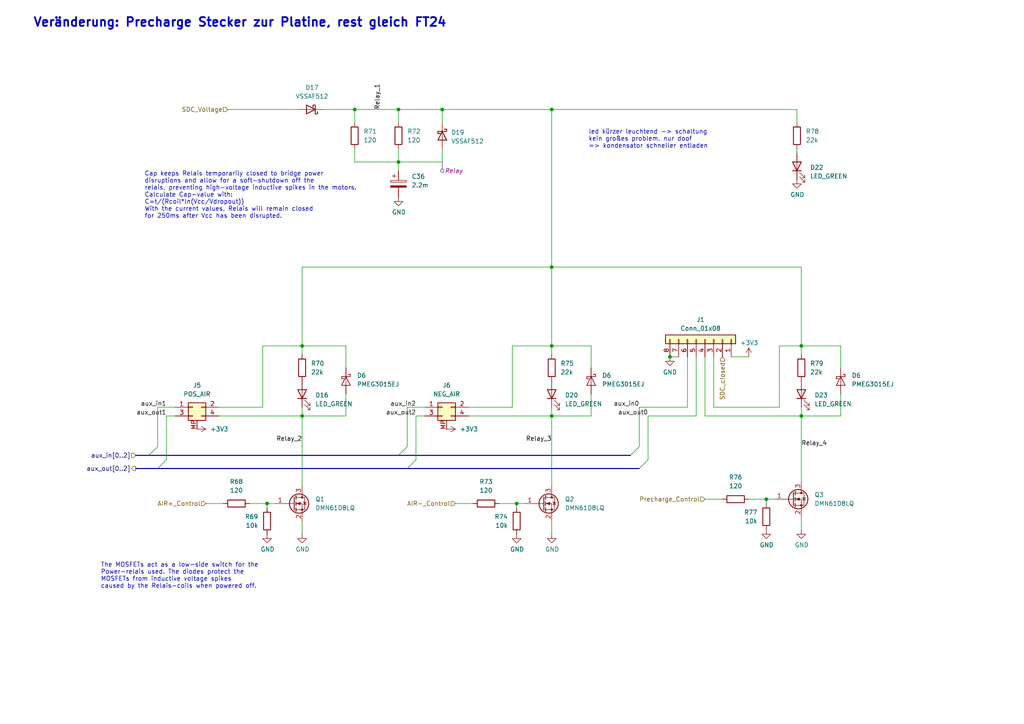
<source format=kicad_sch>
(kicad_sch
	(version 20231120)
	(generator "eeschema")
	(generator_version "8.0")
	(uuid "32d82cdb-bdba-4790-95cd-2bf9f903ff18")
	(paper "A4")
	(lib_symbols
		(symbol "Connector_Generic:Conn_01x08"
			(pin_names
				(offset 1.016) hide)
			(exclude_from_sim no)
			(in_bom yes)
			(on_board yes)
			(property "Reference" "J"
				(at 0 10.16 0)
				(effects
					(font
						(size 1.27 1.27)
					)
				)
			)
			(property "Value" "Conn_01x08"
				(at 0 -12.7 0)
				(effects
					(font
						(size 1.27 1.27)
					)
				)
			)
			(property "Footprint" ""
				(at 0 0 0)
				(effects
					(font
						(size 1.27 1.27)
					)
					(hide yes)
				)
			)
			(property "Datasheet" "~"
				(at 0 0 0)
				(effects
					(font
						(size 1.27 1.27)
					)
					(hide yes)
				)
			)
			(property "Description" "Generic connector, single row, 01x08, script generated (kicad-library-utils/schlib/autogen/connector/)"
				(at 0 0 0)
				(effects
					(font
						(size 1.27 1.27)
					)
					(hide yes)
				)
			)
			(property "ki_keywords" "connector"
				(at 0 0 0)
				(effects
					(font
						(size 1.27 1.27)
					)
					(hide yes)
				)
			)
			(property "ki_fp_filters" "Connector*:*_1x??_*"
				(at 0 0 0)
				(effects
					(font
						(size 1.27 1.27)
					)
					(hide yes)
				)
			)
			(symbol "Conn_01x08_1_1"
				(rectangle
					(start -1.27 -10.033)
					(end 0 -10.287)
					(stroke
						(width 0.1524)
						(type default)
					)
					(fill
						(type none)
					)
				)
				(rectangle
					(start -1.27 -7.493)
					(end 0 -7.747)
					(stroke
						(width 0.1524)
						(type default)
					)
					(fill
						(type none)
					)
				)
				(rectangle
					(start -1.27 -4.953)
					(end 0 -5.207)
					(stroke
						(width 0.1524)
						(type default)
					)
					(fill
						(type none)
					)
				)
				(rectangle
					(start -1.27 -2.413)
					(end 0 -2.667)
					(stroke
						(width 0.1524)
						(type default)
					)
					(fill
						(type none)
					)
				)
				(rectangle
					(start -1.27 0.127)
					(end 0 -0.127)
					(stroke
						(width 0.1524)
						(type default)
					)
					(fill
						(type none)
					)
				)
				(rectangle
					(start -1.27 2.667)
					(end 0 2.413)
					(stroke
						(width 0.1524)
						(type default)
					)
					(fill
						(type none)
					)
				)
				(rectangle
					(start -1.27 5.207)
					(end 0 4.953)
					(stroke
						(width 0.1524)
						(type default)
					)
					(fill
						(type none)
					)
				)
				(rectangle
					(start -1.27 7.747)
					(end 0 7.493)
					(stroke
						(width 0.1524)
						(type default)
					)
					(fill
						(type none)
					)
				)
				(rectangle
					(start -1.27 8.89)
					(end 1.27 -11.43)
					(stroke
						(width 0.254)
						(type default)
					)
					(fill
						(type background)
					)
				)
				(pin passive line
					(at -5.08 7.62 0)
					(length 3.81)
					(name "Pin_1"
						(effects
							(font
								(size 1.27 1.27)
							)
						)
					)
					(number "1"
						(effects
							(font
								(size 1.27 1.27)
							)
						)
					)
				)
				(pin passive line
					(at -5.08 5.08 0)
					(length 3.81)
					(name "Pin_2"
						(effects
							(font
								(size 1.27 1.27)
							)
						)
					)
					(number "2"
						(effects
							(font
								(size 1.27 1.27)
							)
						)
					)
				)
				(pin passive line
					(at -5.08 2.54 0)
					(length 3.81)
					(name "Pin_3"
						(effects
							(font
								(size 1.27 1.27)
							)
						)
					)
					(number "3"
						(effects
							(font
								(size 1.27 1.27)
							)
						)
					)
				)
				(pin passive line
					(at -5.08 0 0)
					(length 3.81)
					(name "Pin_4"
						(effects
							(font
								(size 1.27 1.27)
							)
						)
					)
					(number "4"
						(effects
							(font
								(size 1.27 1.27)
							)
						)
					)
				)
				(pin passive line
					(at -5.08 -2.54 0)
					(length 3.81)
					(name "Pin_5"
						(effects
							(font
								(size 1.27 1.27)
							)
						)
					)
					(number "5"
						(effects
							(font
								(size 1.27 1.27)
							)
						)
					)
				)
				(pin passive line
					(at -5.08 -5.08 0)
					(length 3.81)
					(name "Pin_6"
						(effects
							(font
								(size 1.27 1.27)
							)
						)
					)
					(number "6"
						(effects
							(font
								(size 1.27 1.27)
							)
						)
					)
				)
				(pin passive line
					(at -5.08 -7.62 0)
					(length 3.81)
					(name "Pin_7"
						(effects
							(font
								(size 1.27 1.27)
							)
						)
					)
					(number "7"
						(effects
							(font
								(size 1.27 1.27)
							)
						)
					)
				)
				(pin passive line
					(at -5.08 -10.16 0)
					(length 3.81)
					(name "Pin_8"
						(effects
							(font
								(size 1.27 1.27)
							)
						)
					)
					(number "8"
						(effects
							(font
								(size 1.27 1.27)
							)
						)
					)
				)
			)
		)
		(symbol "Device:C_Polarized"
			(pin_numbers hide)
			(pin_names
				(offset 0.254)
			)
			(exclude_from_sim no)
			(in_bom yes)
			(on_board yes)
			(property "Reference" "C"
				(at 0.635 2.54 0)
				(effects
					(font
						(size 1.27 1.27)
					)
					(justify left)
				)
			)
			(property "Value" "C_Polarized"
				(at 0.635 -2.54 0)
				(effects
					(font
						(size 1.27 1.27)
					)
					(justify left)
				)
			)
			(property "Footprint" ""
				(at 0.9652 -3.81 0)
				(effects
					(font
						(size 1.27 1.27)
					)
					(hide yes)
				)
			)
			(property "Datasheet" "~"
				(at 0 0 0)
				(effects
					(font
						(size 1.27 1.27)
					)
					(hide yes)
				)
			)
			(property "Description" "Polarized capacitor"
				(at 0 0 0)
				(effects
					(font
						(size 1.27 1.27)
					)
					(hide yes)
				)
			)
			(property "ki_keywords" "cap capacitor"
				(at 0 0 0)
				(effects
					(font
						(size 1.27 1.27)
					)
					(hide yes)
				)
			)
			(property "ki_fp_filters" "CP_*"
				(at 0 0 0)
				(effects
					(font
						(size 1.27 1.27)
					)
					(hide yes)
				)
			)
			(symbol "C_Polarized_0_1"
				(rectangle
					(start -2.286 0.508)
					(end 2.286 1.016)
					(stroke
						(width 0)
						(type default)
					)
					(fill
						(type none)
					)
				)
				(polyline
					(pts
						(xy -1.778 2.286) (xy -0.762 2.286)
					)
					(stroke
						(width 0)
						(type default)
					)
					(fill
						(type none)
					)
				)
				(polyline
					(pts
						(xy -1.27 2.794) (xy -1.27 1.778)
					)
					(stroke
						(width 0)
						(type default)
					)
					(fill
						(type none)
					)
				)
				(rectangle
					(start 2.286 -0.508)
					(end -2.286 -1.016)
					(stroke
						(width 0)
						(type default)
					)
					(fill
						(type outline)
					)
				)
			)
			(symbol "C_Polarized_1_1"
				(pin passive line
					(at 0 3.81 270)
					(length 2.794)
					(name "~"
						(effects
							(font
								(size 1.27 1.27)
							)
						)
					)
					(number "1"
						(effects
							(font
								(size 1.27 1.27)
							)
						)
					)
				)
				(pin passive line
					(at 0 -3.81 90)
					(length 2.794)
					(name "~"
						(effects
							(font
								(size 1.27 1.27)
							)
						)
					)
					(number "2"
						(effects
							(font
								(size 1.27 1.27)
							)
						)
					)
				)
			)
		)
		(symbol "Device:LED"
			(pin_numbers hide)
			(pin_names
				(offset 1.016) hide)
			(exclude_from_sim no)
			(in_bom yes)
			(on_board yes)
			(property "Reference" "D"
				(at 0 2.54 0)
				(effects
					(font
						(size 1.27 1.27)
					)
				)
			)
			(property "Value" "LED"
				(at 0 -2.54 0)
				(effects
					(font
						(size 1.27 1.27)
					)
				)
			)
			(property "Footprint" ""
				(at 0 0 0)
				(effects
					(font
						(size 1.27 1.27)
					)
					(hide yes)
				)
			)
			(property "Datasheet" "~"
				(at 0 0 0)
				(effects
					(font
						(size 1.27 1.27)
					)
					(hide yes)
				)
			)
			(property "Description" "Light emitting diode"
				(at 0 0 0)
				(effects
					(font
						(size 1.27 1.27)
					)
					(hide yes)
				)
			)
			(property "ki_keywords" "LED diode"
				(at 0 0 0)
				(effects
					(font
						(size 1.27 1.27)
					)
					(hide yes)
				)
			)
			(property "ki_fp_filters" "LED* LED_SMD:* LED_THT:*"
				(at 0 0 0)
				(effects
					(font
						(size 1.27 1.27)
					)
					(hide yes)
				)
			)
			(symbol "LED_0_1"
				(polyline
					(pts
						(xy -1.27 -1.27) (xy -1.27 1.27)
					)
					(stroke
						(width 0.254)
						(type default)
					)
					(fill
						(type none)
					)
				)
				(polyline
					(pts
						(xy -1.27 0) (xy 1.27 0)
					)
					(stroke
						(width 0)
						(type default)
					)
					(fill
						(type none)
					)
				)
				(polyline
					(pts
						(xy 1.27 -1.27) (xy 1.27 1.27) (xy -1.27 0) (xy 1.27 -1.27)
					)
					(stroke
						(width 0.254)
						(type default)
					)
					(fill
						(type none)
					)
				)
				(polyline
					(pts
						(xy -3.048 -0.762) (xy -4.572 -2.286) (xy -3.81 -2.286) (xy -4.572 -2.286) (xy -4.572 -1.524)
					)
					(stroke
						(width 0)
						(type default)
					)
					(fill
						(type none)
					)
				)
				(polyline
					(pts
						(xy -1.778 -0.762) (xy -3.302 -2.286) (xy -2.54 -2.286) (xy -3.302 -2.286) (xy -3.302 -1.524)
					)
					(stroke
						(width 0)
						(type default)
					)
					(fill
						(type none)
					)
				)
			)
			(symbol "LED_1_1"
				(pin passive line
					(at -3.81 0 0)
					(length 2.54)
					(name "K"
						(effects
							(font
								(size 1.27 1.27)
							)
						)
					)
					(number "1"
						(effects
							(font
								(size 1.27 1.27)
							)
						)
					)
				)
				(pin passive line
					(at 3.81 0 180)
					(length 2.54)
					(name "A"
						(effects
							(font
								(size 1.27 1.27)
							)
						)
					)
					(number "2"
						(effects
							(font
								(size 1.27 1.27)
							)
						)
					)
				)
			)
		)
		(symbol "Device:R"
			(pin_numbers hide)
			(pin_names
				(offset 0)
			)
			(exclude_from_sim no)
			(in_bom yes)
			(on_board yes)
			(property "Reference" "R"
				(at 2.032 0 90)
				(effects
					(font
						(size 1.27 1.27)
					)
				)
			)
			(property "Value" "R"
				(at 0 0 90)
				(effects
					(font
						(size 1.27 1.27)
					)
				)
			)
			(property "Footprint" ""
				(at -1.778 0 90)
				(effects
					(font
						(size 1.27 1.27)
					)
					(hide yes)
				)
			)
			(property "Datasheet" "~"
				(at 0 0 0)
				(effects
					(font
						(size 1.27 1.27)
					)
					(hide yes)
				)
			)
			(property "Description" "Resistor"
				(at 0 0 0)
				(effects
					(font
						(size 1.27 1.27)
					)
					(hide yes)
				)
			)
			(property "ki_keywords" "R res resistor"
				(at 0 0 0)
				(effects
					(font
						(size 1.27 1.27)
					)
					(hide yes)
				)
			)
			(property "ki_fp_filters" "R_*"
				(at 0 0 0)
				(effects
					(font
						(size 1.27 1.27)
					)
					(hide yes)
				)
			)
			(symbol "R_0_1"
				(rectangle
					(start -1.016 -2.54)
					(end 1.016 2.54)
					(stroke
						(width 0.254)
						(type default)
					)
					(fill
						(type none)
					)
				)
			)
			(symbol "R_1_1"
				(pin passive line
					(at 0 3.81 270)
					(length 1.27)
					(name "~"
						(effects
							(font
								(size 1.27 1.27)
							)
						)
					)
					(number "1"
						(effects
							(font
								(size 1.27 1.27)
							)
						)
					)
				)
				(pin passive line
					(at 0 -3.81 90)
					(length 1.27)
					(name "~"
						(effects
							(font
								(size 1.27 1.27)
							)
						)
					)
					(number "2"
						(effects
							(font
								(size 1.27 1.27)
							)
						)
					)
				)
			)
		)
		(symbol "Diode:PMEG3015EJ"
			(pin_numbers hide)
			(pin_names hide)
			(exclude_from_sim no)
			(in_bom yes)
			(on_board yes)
			(property "Reference" "D"
				(at 0 2.54 0)
				(effects
					(font
						(size 1.27 1.27)
					)
				)
			)
			(property "Value" "PMEG3015EJ"
				(at 0 -2.54 0)
				(effects
					(font
						(size 1.27 1.27)
					)
				)
			)
			(property "Footprint" "Diode_SMD:D_SOD-323F"
				(at 0 -4.445 0)
				(effects
					(font
						(size 1.27 1.27)
					)
					(hide yes)
				)
			)
			(property "Datasheet" "https://assets.nexperia.com/documents/data-sheet/PMEG3015EH_EJ.pdf"
				(at 0 0 0)
				(effects
					(font
						(size 1.27 1.27)
					)
					(hide yes)
				)
			)
			(property "Description" "30V, 1.5A ultra low Vf MEGA Schottky barrier rectifier, SOD-323F"
				(at 0 0 0)
				(effects
					(font
						(size 1.27 1.27)
					)
					(hide yes)
				)
			)
			(property "ki_keywords" "forward voltage diode"
				(at 0 0 0)
				(effects
					(font
						(size 1.27 1.27)
					)
					(hide yes)
				)
			)
			(property "ki_fp_filters" "D*SOD?323F*"
				(at 0 0 0)
				(effects
					(font
						(size 1.27 1.27)
					)
					(hide yes)
				)
			)
			(symbol "PMEG3015EJ_0_1"
				(polyline
					(pts
						(xy 1.27 0) (xy -1.27 0)
					)
					(stroke
						(width 0)
						(type default)
					)
					(fill
						(type none)
					)
				)
				(polyline
					(pts
						(xy 1.27 1.27) (xy 1.27 -1.27) (xy -1.27 0) (xy 1.27 1.27)
					)
					(stroke
						(width 0.2032)
						(type default)
					)
					(fill
						(type none)
					)
				)
				(polyline
					(pts
						(xy -1.905 0.635) (xy -1.905 1.27) (xy -1.27 1.27) (xy -1.27 -1.27) (xy -0.635 -1.27) (xy -0.635 -0.635)
					)
					(stroke
						(width 0.2032)
						(type default)
					)
					(fill
						(type none)
					)
				)
			)
			(symbol "PMEG3015EJ_1_1"
				(pin passive line
					(at -3.81 0 0)
					(length 2.54)
					(name "K"
						(effects
							(font
								(size 1.27 1.27)
							)
						)
					)
					(number "1"
						(effects
							(font
								(size 1.27 1.27)
							)
						)
					)
				)
				(pin passive line
					(at 3.81 0 180)
					(length 2.54)
					(name "A"
						(effects
							(font
								(size 1.27 1.27)
							)
						)
					)
					(number "2"
						(effects
							(font
								(size 1.27 1.27)
							)
						)
					)
				)
			)
		)
		(symbol "Master:MMNL_2x2p_vertical"
			(pin_names
				(offset 1.016) hide)
			(exclude_from_sim no)
			(in_bom yes)
			(on_board yes)
			(property "Reference" "J"
				(at 1.27 2.54 0)
				(effects
					(font
						(size 1.27 1.27)
					)
				)
			)
			(property "Value" "MMNL_2x2p_vertical"
				(at 1.27 -5.08 0)
				(effects
					(font
						(size 1.27 1.27)
					)
				)
			)
			(property "Footprint" "FaSTTUBe_connectors:Micro_Mate-N-Lok_2x2p_vertical"
				(at 2.54 -7.112 0)
				(effects
					(font
						(size 1.27 1.27)
					)
					(hide yes)
				)
			)
			(property "Datasheet" "~"
				(at 0 0 0)
				(effects
					(font
						(size 1.27 1.27)
					)
					(hide yes)
				)
			)
			(property "Description" "Generic connector, double row, 02x02, odd/even pin numbering scheme (row 1 odd numbers, row 2 even numbers), script generated (kicad-library-utils/schlib/autogen/connector/)"
				(at 2.032 -9.398 0)
				(effects
					(font
						(size 1.27 1.27)
					)
					(hide yes)
				)
			)
			(property "ki_keywords" "connector"
				(at 0 0 0)
				(effects
					(font
						(size 1.27 1.27)
					)
					(hide yes)
				)
			)
			(property "ki_fp_filters" "Connector*:*_2x??_*"
				(at 0 0 0)
				(effects
					(font
						(size 1.27 1.27)
					)
					(hide yes)
				)
			)
			(symbol "MMNL_2x2p_vertical_1_1"
				(rectangle
					(start -1.27 -2.413)
					(end 0 -2.667)
					(stroke
						(width 0.1524)
						(type default)
					)
					(fill
						(type none)
					)
				)
				(rectangle
					(start -1.27 0.127)
					(end 0 -0.127)
					(stroke
						(width 0.1524)
						(type default)
					)
					(fill
						(type none)
					)
				)
				(rectangle
					(start -1.27 1.27)
					(end 3.81 -3.81)
					(stroke
						(width 0.254)
						(type default)
					)
					(fill
						(type background)
					)
				)
				(rectangle
					(start 3.81 -2.413)
					(end 2.54 -2.667)
					(stroke
						(width 0.1524)
						(type default)
					)
					(fill
						(type none)
					)
				)
				(rectangle
					(start 3.81 0.127)
					(end 2.54 -0.127)
					(stroke
						(width 0.1524)
						(type default)
					)
					(fill
						(type none)
					)
				)
				(pin passive line
					(at -5.08 0 0)
					(length 3.81)
					(name "Pin_1"
						(effects
							(font
								(size 1.27 1.27)
							)
						)
					)
					(number "1"
						(effects
							(font
								(size 1.27 1.27)
							)
						)
					)
				)
				(pin passive line
					(at 7.62 0 180)
					(length 3.81)
					(name "Pin_2"
						(effects
							(font
								(size 1.27 1.27)
							)
						)
					)
					(number "2"
						(effects
							(font
								(size 1.27 1.27)
							)
						)
					)
				)
				(pin passive line
					(at -5.08 -2.54 0)
					(length 3.81)
					(name "Pin_3"
						(effects
							(font
								(size 1.27 1.27)
							)
						)
					)
					(number "3"
						(effects
							(font
								(size 1.27 1.27)
							)
						)
					)
				)
				(pin passive line
					(at 7.62 -2.54 180)
					(length 3.81)
					(name "Pin_4"
						(effects
							(font
								(size 1.27 1.27)
							)
						)
					)
					(number "4"
						(effects
							(font
								(size 1.27 1.27)
							)
						)
					)
				)
				(pin passive line
					(at 1.27 -6.35 90)
					(length 2.54)
					(name ""
						(effects
							(font
								(size 1.27 1.27)
							)
						)
					)
					(number "MP"
						(effects
							(font
								(size 1.27 1.27)
							)
						)
					)
				)
			)
		)
		(symbol "Master:VSSAF512"
			(pin_numbers hide)
			(pin_names
				(offset 1.016) hide)
			(exclude_from_sim no)
			(in_bom yes)
			(on_board yes)
			(property "Reference" "D"
				(at 0 2.54 0)
				(effects
					(font
						(size 1.27 1.27)
					)
				)
			)
			(property "Value" "VSSAF512"
				(at 0 -2.54 0)
				(effects
					(font
						(size 1.27 1.27)
					)
				)
			)
			(property "Footprint" "Diode_SMD:D_SMA"
				(at 0 0 0)
				(effects
					(font
						(size 1.27 1.27)
					)
					(hide yes)
				)
			)
			(property "Datasheet" "~"
				(at 0 0 0)
				(effects
					(font
						(size 1.27 1.27)
					)
					(hide yes)
				)
			)
			(property "Description" "Schottky diode 100V, 5A"
				(at 0 0 0)
				(effects
					(font
						(size 1.27 1.27)
					)
					(hide yes)
				)
			)
			(property "ki_keywords" "diode Schottky"
				(at 0 0 0)
				(effects
					(font
						(size 1.27 1.27)
					)
					(hide yes)
				)
			)
			(property "ki_fp_filters" "TO-???* *_Diode_* *SingleDiode* D_*"
				(at 0 0 0)
				(effects
					(font
						(size 1.27 1.27)
					)
					(hide yes)
				)
			)
			(symbol "VSSAF512_0_1"
				(polyline
					(pts
						(xy 1.27 0) (xy -1.27 0)
					)
					(stroke
						(width 0)
						(type default)
					)
					(fill
						(type none)
					)
				)
				(polyline
					(pts
						(xy 1.27 1.27) (xy 1.27 -1.27) (xy -1.27 0) (xy 1.27 1.27)
					)
					(stroke
						(width 0.254)
						(type default)
					)
					(fill
						(type none)
					)
				)
				(polyline
					(pts
						(xy -1.905 0.635) (xy -1.905 1.27) (xy -1.27 1.27) (xy -1.27 -1.27) (xy -0.635 -1.27) (xy -0.635 -0.635)
					)
					(stroke
						(width 0.254)
						(type default)
					)
					(fill
						(type none)
					)
				)
			)
			(symbol "VSSAF512_1_1"
				(pin passive line
					(at -3.81 0 0)
					(length 2.54)
					(name "K"
						(effects
							(font
								(size 1.27 1.27)
							)
						)
					)
					(number "1"
						(effects
							(font
								(size 1.27 1.27)
							)
						)
					)
				)
				(pin passive line
					(at 3.81 0 180)
					(length 2.54)
					(name "A"
						(effects
							(font
								(size 1.27 1.27)
							)
						)
					)
					(number "2"
						(effects
							(font
								(size 1.27 1.27)
							)
						)
					)
				)
			)
		)
		(symbol "Transistor_FET:DMN61D8LQ"
			(pin_names hide)
			(exclude_from_sim no)
			(in_bom yes)
			(on_board yes)
			(property "Reference" "Q"
				(at 5.08 1.905 0)
				(effects
					(font
						(size 1.27 1.27)
					)
					(justify left)
				)
			)
			(property "Value" "DMN61D8LQ"
				(at 5.08 0 0)
				(effects
					(font
						(size 1.27 1.27)
					)
					(justify left)
				)
			)
			(property "Footprint" "Package_TO_SOT_SMD:SOT-23"
				(at 5.08 -1.905 0)
				(effects
					(font
						(size 1.27 1.27)
						(italic yes)
					)
					(justify left)
					(hide yes)
				)
			)
			(property "Datasheet" "https://www.diodes.com/assets/Datasheets/DMN61D8LQ.pdf"
				(at 5.08 -3.81 0)
				(effects
					(font
						(size 1.27 1.27)
					)
					(justify left)
					(hide yes)
				)
			)
			(property "Description" "60V Vds, 0.470A Id, N-Channel MOSFET for switching inductive loads , SOT-23"
				(at 0 0 0)
				(effects
					(font
						(size 1.27 1.27)
					)
					(hide yes)
				)
			)
			(property "ki_keywords" "N-Channel MOSFET relay logic-level"
				(at 0 0 0)
				(effects
					(font
						(size 1.27 1.27)
					)
					(hide yes)
				)
			)
			(property "ki_fp_filters" "SOT?23*"
				(at 0 0 0)
				(effects
					(font
						(size 1.27 1.27)
					)
					(hide yes)
				)
			)
			(symbol "DMN61D8LQ_0_1"
				(polyline
					(pts
						(xy 0.254 0) (xy -2.54 0)
					)
					(stroke
						(width 0)
						(type default)
					)
					(fill
						(type none)
					)
				)
				(polyline
					(pts
						(xy 0.254 1.905) (xy 0.254 -1.905)
					)
					(stroke
						(width 0.254)
						(type default)
					)
					(fill
						(type none)
					)
				)
				(polyline
					(pts
						(xy 0.762 -1.27) (xy 0.762 -2.286)
					)
					(stroke
						(width 0.254)
						(type default)
					)
					(fill
						(type none)
					)
				)
				(polyline
					(pts
						(xy 0.762 0.508) (xy 0.762 -0.508)
					)
					(stroke
						(width 0.254)
						(type default)
					)
					(fill
						(type none)
					)
				)
				(polyline
					(pts
						(xy 0.762 2.286) (xy 0.762 1.27)
					)
					(stroke
						(width 0.254)
						(type default)
					)
					(fill
						(type none)
					)
				)
				(polyline
					(pts
						(xy 2.54 2.54) (xy 2.54 1.778)
					)
					(stroke
						(width 0)
						(type default)
					)
					(fill
						(type none)
					)
				)
				(polyline
					(pts
						(xy 2.54 -2.54) (xy 2.54 0) (xy 0.762 0)
					)
					(stroke
						(width 0)
						(type default)
					)
					(fill
						(type none)
					)
				)
				(polyline
					(pts
						(xy 0.762 -1.778) (xy 3.302 -1.778) (xy 3.302 1.778) (xy 0.762 1.778)
					)
					(stroke
						(width 0)
						(type default)
					)
					(fill
						(type none)
					)
				)
				(polyline
					(pts
						(xy 1.016 0) (xy 2.032 0.381) (xy 2.032 -0.381) (xy 1.016 0)
					)
					(stroke
						(width 0)
						(type default)
					)
					(fill
						(type outline)
					)
				)
				(polyline
					(pts
						(xy 2.794 0.508) (xy 2.921 0.381) (xy 3.683 0.381) (xy 3.81 0.254)
					)
					(stroke
						(width 0)
						(type default)
					)
					(fill
						(type none)
					)
				)
				(polyline
					(pts
						(xy 3.302 0.381) (xy 2.921 -0.254) (xy 3.683 -0.254) (xy 3.302 0.381)
					)
					(stroke
						(width 0)
						(type default)
					)
					(fill
						(type none)
					)
				)
				(circle
					(center 1.651 0)
					(radius 2.794)
					(stroke
						(width 0.254)
						(type default)
					)
					(fill
						(type none)
					)
				)
				(circle
					(center 2.54 -1.778)
					(radius 0.254)
					(stroke
						(width 0)
						(type default)
					)
					(fill
						(type outline)
					)
				)
				(circle
					(center 2.54 1.778)
					(radius 0.254)
					(stroke
						(width 0)
						(type default)
					)
					(fill
						(type outline)
					)
				)
			)
			(symbol "DMN61D8LQ_1_1"
				(pin input line
					(at -5.08 0 0)
					(length 2.54)
					(name "G"
						(effects
							(font
								(size 1.27 1.27)
							)
						)
					)
					(number "1"
						(effects
							(font
								(size 1.27 1.27)
							)
						)
					)
				)
				(pin passive line
					(at 2.54 -5.08 90)
					(length 2.54)
					(name "S"
						(effects
							(font
								(size 1.27 1.27)
							)
						)
					)
					(number "2"
						(effects
							(font
								(size 1.27 1.27)
							)
						)
					)
				)
				(pin passive line
					(at 2.54 5.08 270)
					(length 2.54)
					(name "D"
						(effects
							(font
								(size 1.27 1.27)
							)
						)
					)
					(number "3"
						(effects
							(font
								(size 1.27 1.27)
							)
						)
					)
				)
			)
		)
		(symbol "power:+3V3"
			(power)
			(pin_numbers hide)
			(pin_names
				(offset 0) hide)
			(exclude_from_sim no)
			(in_bom yes)
			(on_board yes)
			(property "Reference" "#PWR"
				(at 0 -3.81 0)
				(effects
					(font
						(size 1.27 1.27)
					)
					(hide yes)
				)
			)
			(property "Value" "+3V3"
				(at 0 3.556 0)
				(effects
					(font
						(size 1.27 1.27)
					)
				)
			)
			(property "Footprint" ""
				(at 0 0 0)
				(effects
					(font
						(size 1.27 1.27)
					)
					(hide yes)
				)
			)
			(property "Datasheet" ""
				(at 0 0 0)
				(effects
					(font
						(size 1.27 1.27)
					)
					(hide yes)
				)
			)
			(property "Description" "Power symbol creates a global label with name \"+3V3\""
				(at 0 0 0)
				(effects
					(font
						(size 1.27 1.27)
					)
					(hide yes)
				)
			)
			(property "ki_keywords" "global power"
				(at 0 0 0)
				(effects
					(font
						(size 1.27 1.27)
					)
					(hide yes)
				)
			)
			(symbol "+3V3_0_1"
				(polyline
					(pts
						(xy -0.762 1.27) (xy 0 2.54)
					)
					(stroke
						(width 0)
						(type default)
					)
					(fill
						(type none)
					)
				)
				(polyline
					(pts
						(xy 0 0) (xy 0 2.54)
					)
					(stroke
						(width 0)
						(type default)
					)
					(fill
						(type none)
					)
				)
				(polyline
					(pts
						(xy 0 2.54) (xy 0.762 1.27)
					)
					(stroke
						(width 0)
						(type default)
					)
					(fill
						(type none)
					)
				)
			)
			(symbol "+3V3_1_1"
				(pin power_in line
					(at 0 0 90)
					(length 0)
					(name "~"
						(effects
							(font
								(size 1.27 1.27)
							)
						)
					)
					(number "1"
						(effects
							(font
								(size 1.27 1.27)
							)
						)
					)
				)
			)
		)
		(symbol "power:GND"
			(power)
			(pin_numbers hide)
			(pin_names
				(offset 0) hide)
			(exclude_from_sim no)
			(in_bom yes)
			(on_board yes)
			(property "Reference" "#PWR"
				(at 0 -6.35 0)
				(effects
					(font
						(size 1.27 1.27)
					)
					(hide yes)
				)
			)
			(property "Value" "GND"
				(at 0 -3.81 0)
				(effects
					(font
						(size 1.27 1.27)
					)
				)
			)
			(property "Footprint" ""
				(at 0 0 0)
				(effects
					(font
						(size 1.27 1.27)
					)
					(hide yes)
				)
			)
			(property "Datasheet" ""
				(at 0 0 0)
				(effects
					(font
						(size 1.27 1.27)
					)
					(hide yes)
				)
			)
			(property "Description" "Power symbol creates a global label with name \"GND\" , ground"
				(at 0 0 0)
				(effects
					(font
						(size 1.27 1.27)
					)
					(hide yes)
				)
			)
			(property "ki_keywords" "global power"
				(at 0 0 0)
				(effects
					(font
						(size 1.27 1.27)
					)
					(hide yes)
				)
			)
			(symbol "GND_0_1"
				(polyline
					(pts
						(xy 0 0) (xy 0 -1.27) (xy 1.27 -1.27) (xy 0 -2.54) (xy -1.27 -1.27) (xy 0 -1.27)
					)
					(stroke
						(width 0)
						(type default)
					)
					(fill
						(type none)
					)
				)
			)
			(symbol "GND_1_1"
				(pin power_in line
					(at 0 0 270)
					(length 0)
					(name "~"
						(effects
							(font
								(size 1.27 1.27)
							)
						)
					)
					(number "1"
						(effects
							(font
								(size 1.27 1.27)
							)
						)
					)
				)
			)
		)
	)
	(junction
		(at 160.02 31.75)
		(diameter 0)
		(color 0 0 0 0)
		(uuid "2396d75c-7af6-4383-a29e-72c6664addc7")
	)
	(junction
		(at 160.02 77.47)
		(diameter 0)
		(color 0 0 0 0)
		(uuid "2b9937fd-8ffc-4d6b-a39a-112109ba0ffe")
	)
	(junction
		(at 160.02 120.65)
		(diameter 0)
		(color 0 0 0 0)
		(uuid "36b27a92-463b-450f-8047-9961d0553a2f")
	)
	(junction
		(at 115.57 31.75)
		(diameter 0)
		(color 0 0 0 0)
		(uuid "497e0588-d556-49c9-8d31-0a5b62dcd00a")
	)
	(junction
		(at 232.41 120.65)
		(diameter 0)
		(color 0 0 0 0)
		(uuid "5293fe65-c5c2-4464-b5ae-2e59f5d2c6b2")
	)
	(junction
		(at 102.87 31.75)
		(diameter 0)
		(color 0 0 0 0)
		(uuid "73c3f259-1ea2-4d09-8a26-918abdd90e0d")
	)
	(junction
		(at 128.27 31.75)
		(diameter 0)
		(color 0 0 0 0)
		(uuid "7b7ed203-cb23-404b-84a3-2a1d96221b34")
	)
	(junction
		(at 222.25 144.78)
		(diameter 0)
		(color 0 0 0 0)
		(uuid "7be64c02-8281-4423-8af6-7cbf7efc375a")
	)
	(junction
		(at 115.57 46.99)
		(diameter 0)
		(color 0 0 0 0)
		(uuid "80a87765-60f4-464b-aa67-36e1dc355fbe")
	)
	(junction
		(at 232.41 100.33)
		(diameter 0)
		(color 0 0 0 0)
		(uuid "a4a2eb64-0da9-4514-bc01-40bbaf333582")
	)
	(junction
		(at 149.86 146.05)
		(diameter 0)
		(color 0 0 0 0)
		(uuid "a72e527d-159a-45d5-b793-a05e93569363")
	)
	(junction
		(at 194.31 103.505)
		(diameter 0)
		(color 0 0 0 0)
		(uuid "bad6dc39-6eb7-48db-b944-833c7aac03e2")
	)
	(junction
		(at 87.63 120.65)
		(diameter 0)
		(color 0 0 0 0)
		(uuid "c4fcb4c7-4c96-4909-828b-524835765a91")
	)
	(junction
		(at 160.02 100.33)
		(diameter 0)
		(color 0 0 0 0)
		(uuid "d18d76fc-4e87-43d9-a731-190bd30fe8aa")
	)
	(junction
		(at 77.47 146.05)
		(diameter 0)
		(color 0 0 0 0)
		(uuid "d4e70c42-6907-4b45-9c34-ac9a976d72ae")
	)
	(junction
		(at 87.63 100.33)
		(diameter 0)
		(color 0 0 0 0)
		(uuid "da2a759e-2e69-4366-bbc7-dad66bae597c")
	)
	(bus_entry
		(at 118.11 135.89)
		(size 2.54 -2.54)
		(stroke
			(width 0)
			(type default)
		)
		(uuid "09d87619-0dfa-4630-9f81-1be20c5c2ee2")
	)
	(bus_entry
		(at 115.57 132.08)
		(size 2.54 -2.54)
		(stroke
			(width 0)
			(type default)
		)
		(uuid "09d87619-0dfa-4630-9f81-1be20c5c2ee3")
	)
	(bus_entry
		(at 182.88 132.08)
		(size 2.54 -2.54)
		(stroke
			(width 0)
			(type default)
		)
		(uuid "09d87619-0dfa-4630-9f81-1be20c5c2ee4")
	)
	(bus_entry
		(at 185.42 135.89)
		(size 2.54 -2.54)
		(stroke
			(width 0)
			(type default)
		)
		(uuid "09d87619-0dfa-4630-9f81-1be20c5c2ee6")
	)
	(bus_entry
		(at 45.72 135.89)
		(size 2.54 -2.54)
		(stroke
			(width 0)
			(type default)
		)
		(uuid "26b8e366-1305-4942-9a46-e6c1399b28d0")
	)
	(bus_entry
		(at 43.18 132.08)
		(size 2.54 -2.54)
		(stroke
			(width 0)
			(type default)
		)
		(uuid "75628773-df92-4878-894d-4c0a72707ef0")
	)
	(wire
		(pts
			(xy 160.02 118.11) (xy 160.02 120.65)
		)
		(stroke
			(width 0)
			(type default)
		)
		(uuid "03217cc5-7c17-408d-b0b3-f5b0d913206b")
	)
	(wire
		(pts
			(xy 232.41 149.86) (xy 232.41 153.67)
		)
		(stroke
			(width 0)
			(type default)
		)
		(uuid "03b97eb4-456f-42b1-bb29-931644be215a")
	)
	(wire
		(pts
			(xy 118.11 118.11) (xy 123.19 118.11)
		)
		(stroke
			(width 0)
			(type default)
		)
		(uuid "09abe531-cb73-4ba0-9daa-25c1e61d07c7")
	)
	(wire
		(pts
			(xy 72.39 146.05) (xy 77.47 146.05)
		)
		(stroke
			(width 0)
			(type default)
		)
		(uuid "0b23b76e-95eb-4a29-b6a5-227a5ccf5b83")
	)
	(wire
		(pts
			(xy 148.59 118.11) (xy 148.59 100.33)
		)
		(stroke
			(width 0)
			(type default)
		)
		(uuid "0c7509d0-eecb-448c-8f74-1f81099a4d2d")
	)
	(wire
		(pts
			(xy 87.63 120.65) (xy 87.63 118.11)
		)
		(stroke
			(width 0)
			(type default)
		)
		(uuid "127f7441-259e-4d1a-a60b-f371bf853557")
	)
	(wire
		(pts
			(xy 118.11 129.54) (xy 118.11 118.11)
		)
		(stroke
			(width 0)
			(type default)
		)
		(uuid "12b4ae8f-5b0a-47d6-b975-a21da12ba7bb")
	)
	(wire
		(pts
			(xy 87.63 154.94) (xy 87.63 151.13)
		)
		(stroke
			(width 0)
			(type default)
		)
		(uuid "12c8ab01-416b-4005-ac9c-23c8586c2228")
	)
	(wire
		(pts
			(xy 204.47 144.78) (xy 209.55 144.78)
		)
		(stroke
			(width 0)
			(type default)
		)
		(uuid "149bd9e6-c7e4-47ce-b5a7-93cfcfa90c65")
	)
	(wire
		(pts
			(xy 222.25 144.78) (xy 224.79 144.78)
		)
		(stroke
			(width 0)
			(type default)
		)
		(uuid "1a09c4a0-bb28-434c-b329-7453da7f2877")
	)
	(wire
		(pts
			(xy 59.69 146.05) (xy 64.77 146.05)
		)
		(stroke
			(width 0)
			(type default)
		)
		(uuid "1f020d0c-02a5-4255-bd6f-353ae58c5660")
	)
	(wire
		(pts
			(xy 128.27 31.75) (xy 160.02 31.75)
		)
		(stroke
			(width 0)
			(type default)
		)
		(uuid "1ff1969d-f5c0-4afb-88ae-83dbdb437154")
	)
	(wire
		(pts
			(xy 232.41 77.47) (xy 232.41 100.33)
		)
		(stroke
			(width 0)
			(type default)
		)
		(uuid "20005d0c-0701-4c17-a231-dfabe6ed1357")
	)
	(wire
		(pts
			(xy 148.59 100.33) (xy 160.02 100.33)
		)
		(stroke
			(width 0)
			(type default)
		)
		(uuid "20133619-e2d1-416f-8ed4-7b3a82c2903f")
	)
	(wire
		(pts
			(xy 171.45 114.3) (xy 171.45 120.65)
		)
		(stroke
			(width 0)
			(type default)
		)
		(uuid "265446cc-6421-4e32-b08a-304ca7bc73eb")
	)
	(wire
		(pts
			(xy 135.89 118.11) (xy 148.59 118.11)
		)
		(stroke
			(width 0)
			(type default)
		)
		(uuid "27bd3756-9b33-48e6-b77f-783edd0d3fd6")
	)
	(wire
		(pts
			(xy 120.65 120.65) (xy 123.19 120.65)
		)
		(stroke
			(width 0)
			(type default)
		)
		(uuid "28e635a0-54ce-4645-9f86-63d325423d97")
	)
	(wire
		(pts
			(xy 87.63 77.47) (xy 160.02 77.47)
		)
		(stroke
			(width 0)
			(type default)
		)
		(uuid "2a43b925-a2eb-4c5e-87d8-14e41d90fedc")
	)
	(wire
		(pts
			(xy 160.02 120.65) (xy 160.02 140.97)
		)
		(stroke
			(width 0)
			(type default)
		)
		(uuid "2b761a4a-a828-40b6-a826-27b0eb14e299")
	)
	(wire
		(pts
			(xy 115.57 46.99) (xy 115.57 49.53)
		)
		(stroke
			(width 0)
			(type default)
		)
		(uuid "2d3f4f07-e8b4-4920-9802-b530448eef80")
	)
	(wire
		(pts
			(xy 160.02 100.33) (xy 171.45 100.33)
		)
		(stroke
			(width 0)
			(type default)
		)
		(uuid "2eb7aa78-dcc6-4f22-ab9b-3683f845bb6d")
	)
	(wire
		(pts
			(xy 120.65 120.65) (xy 120.65 133.35)
		)
		(stroke
			(width 0)
			(type default)
		)
		(uuid "32347072-f03f-44e8-a510-4337a4953e0a")
	)
	(wire
		(pts
			(xy 87.63 77.47) (xy 87.63 100.33)
		)
		(stroke
			(width 0)
			(type default)
		)
		(uuid "33c95270-64ff-470a-acc7-723b6890da08")
	)
	(bus
		(pts
			(xy 39.37 135.89) (xy 45.72 135.89)
		)
		(stroke
			(width 0)
			(type default)
		)
		(uuid "35919ee0-1776-4e33-85c8-8a7ad0d46e3d")
	)
	(wire
		(pts
			(xy 185.42 118.11) (xy 199.39 118.11)
		)
		(stroke
			(width 0)
			(type default)
		)
		(uuid "36ceb732-3084-467c-9a26-1d9829f83128")
	)
	(wire
		(pts
			(xy 102.87 31.75) (xy 115.57 31.75)
		)
		(stroke
			(width 0)
			(type default)
		)
		(uuid "390644aa-d62a-4c30-a5f3-997f4b17a98b")
	)
	(wire
		(pts
			(xy 63.5 120.65) (xy 87.63 120.65)
		)
		(stroke
			(width 0)
			(type default)
		)
		(uuid "3ad0e912-e8a2-4751-8d67-7663c9dcf394")
	)
	(wire
		(pts
			(xy 48.26 120.65) (xy 50.8 120.65)
		)
		(stroke
			(width 0)
			(type default)
		)
		(uuid "4018a125-c3f2-4efe-b96e-2e7dd8f98881")
	)
	(wire
		(pts
			(xy 160.02 100.33) (xy 160.02 102.87)
		)
		(stroke
			(width 0)
			(type default)
		)
		(uuid "4741fc9b-81ff-41ca-ac47-e2bce3a58957")
	)
	(wire
		(pts
			(xy 231.14 44.45) (xy 231.14 43.18)
		)
		(stroke
			(width 0)
			(type default)
		)
		(uuid "4acd02b2-ec73-42c6-9613-b28b43efdc98")
	)
	(wire
		(pts
			(xy 171.45 120.65) (xy 160.02 120.65)
		)
		(stroke
			(width 0)
			(type default)
		)
		(uuid "4b453b17-c215-4323-9a8f-50ba50e27635")
	)
	(wire
		(pts
			(xy 144.78 146.05) (xy 149.86 146.05)
		)
		(stroke
			(width 0)
			(type default)
		)
		(uuid "4c615de4-ee59-4bec-8c9a-d2882c078951")
	)
	(wire
		(pts
			(xy 149.86 146.05) (xy 152.4 146.05)
		)
		(stroke
			(width 0)
			(type default)
		)
		(uuid "50f4a179-b84f-4e58-a6c9-0c56e5051fa0")
	)
	(wire
		(pts
			(xy 77.47 146.05) (xy 80.01 146.05)
		)
		(stroke
			(width 0)
			(type default)
		)
		(uuid "5157c484-60ae-4065-a4c2-799bc4e17155")
	)
	(wire
		(pts
			(xy 115.57 43.18) (xy 115.57 46.99)
		)
		(stroke
			(width 0)
			(type default)
		)
		(uuid "51ad4d4f-905e-4a4f-b476-d094aa46835a")
	)
	(wire
		(pts
			(xy 102.87 46.99) (xy 115.57 46.99)
		)
		(stroke
			(width 0)
			(type default)
		)
		(uuid "5de5f109-c456-4ed8-b666-90431bdc4a56")
	)
	(wire
		(pts
			(xy 204.47 120.65) (xy 232.41 120.65)
		)
		(stroke
			(width 0)
			(type default)
		)
		(uuid "5e76c21d-b312-4d8f-a293-acf00c231711")
	)
	(wire
		(pts
			(xy 232.41 120.65) (xy 232.41 139.7)
		)
		(stroke
			(width 0)
			(type default)
		)
		(uuid "6419fa39-4ae2-485a-a5de-abbc411116c9")
	)
	(wire
		(pts
			(xy 187.96 120.65) (xy 187.96 133.35)
		)
		(stroke
			(width 0)
			(type default)
		)
		(uuid "6431610a-64af-440e-abf4-4ab31e88da7e")
	)
	(wire
		(pts
			(xy 66.04 31.75) (xy 86.36 31.75)
		)
		(stroke
			(width 0)
			(type default)
		)
		(uuid "67dd958e-702f-428d-b892-93a1b8da92e1")
	)
	(wire
		(pts
			(xy 128.27 46.99) (xy 128.27 43.18)
		)
		(stroke
			(width 0)
			(type default)
		)
		(uuid "70df3315-57ac-4b2e-b4f1-980f7ad1964d")
	)
	(wire
		(pts
			(xy 76.2 100.33) (xy 87.63 100.33)
		)
		(stroke
			(width 0)
			(type default)
		)
		(uuid "7521d602-7712-4bec-9303-1e9a373e171c")
	)
	(wire
		(pts
			(xy 160.02 31.75) (xy 160.02 77.47)
		)
		(stroke
			(width 0)
			(type default)
		)
		(uuid "7ada87bd-2902-43d7-bba9-ab35ea835049")
	)
	(wire
		(pts
			(xy 135.89 120.65) (xy 160.02 120.65)
		)
		(stroke
			(width 0)
			(type default)
		)
		(uuid "7d14abbd-3219-4db2-9392-d59abd53fa87")
	)
	(wire
		(pts
			(xy 149.86 146.05) (xy 149.86 147.32)
		)
		(stroke
			(width 0)
			(type default)
		)
		(uuid "7d7ea5b6-730a-4489-88f9-0031acad737e")
	)
	(wire
		(pts
			(xy 45.72 118.11) (xy 50.8 118.11)
		)
		(stroke
			(width 0)
			(type default)
		)
		(uuid "7e947fb0-8c25-4dc3-b300-fe4d2909ca1a")
	)
	(wire
		(pts
			(xy 100.33 100.33) (xy 100.33 106.68)
		)
		(stroke
			(width 0)
			(type default)
		)
		(uuid "828021f6-2ca3-471a-84ec-5c8dcdd07f12")
	)
	(wire
		(pts
			(xy 212.09 103.505) (xy 217.17 103.505)
		)
		(stroke
			(width 0)
			(type default)
		)
		(uuid "871c4202-bc2e-463d-8609-2262077df91d")
	)
	(bus
		(pts
			(xy 118.11 135.89) (xy 185.42 135.89)
		)
		(stroke
			(width 0)
			(type default)
		)
		(uuid "8938ccb5-1cc0-4bbf-aa61-e3a94bb12cbb")
	)
	(wire
		(pts
			(xy 77.47 147.32) (xy 77.47 146.05)
		)
		(stroke
			(width 0)
			(type default)
		)
		(uuid "8d8b5318-9165-49cd-8bfa-339c5b9adda5")
	)
	(wire
		(pts
			(xy 243.84 114.3) (xy 243.84 120.65)
		)
		(stroke
			(width 0)
			(type default)
		)
		(uuid "94e6829f-9e0b-46e5-a1d3-3881f00d37b9")
	)
	(wire
		(pts
			(xy 102.87 43.18) (xy 102.87 46.99)
		)
		(stroke
			(width 0)
			(type default)
		)
		(uuid "9776f19c-9e33-49ed-a742-5b7b1e87143f")
	)
	(wire
		(pts
			(xy 217.17 144.78) (xy 222.25 144.78)
		)
		(stroke
			(width 0)
			(type default)
		)
		(uuid "98804a7c-7e2c-473c-baa5-9b096e3f439f")
	)
	(bus
		(pts
			(xy 115.57 132.08) (xy 182.88 132.08)
		)
		(stroke
			(width 0)
			(type default)
		)
		(uuid "9a135994-6e6e-4fd4-b9ed-b2f1d847d6b6")
	)
	(wire
		(pts
			(xy 243.84 100.33) (xy 243.84 106.68)
		)
		(stroke
			(width 0)
			(type default)
		)
		(uuid "9a4e7f42-3f09-4a6c-a7bc-1b9f0b4d318f")
	)
	(wire
		(pts
			(xy 128.27 31.75) (xy 128.27 35.56)
		)
		(stroke
			(width 0)
			(type default)
		)
		(uuid "9ac81aa5-cf1b-4cbf-9fa5-f7b4bc5bb442")
	)
	(wire
		(pts
			(xy 45.72 129.54) (xy 45.72 118.11)
		)
		(stroke
			(width 0)
			(type default)
		)
		(uuid "9b840574-e6f4-4614-993f-15d2fdb2a997")
	)
	(wire
		(pts
			(xy 231.14 35.56) (xy 231.14 31.75)
		)
		(stroke
			(width 0)
			(type default)
		)
		(uuid "9da1fcfc-98fe-4119-8e74-782e50c6ecfe")
	)
	(wire
		(pts
			(xy 201.93 120.65) (xy 201.93 103.505)
		)
		(stroke
			(width 0)
			(type default)
		)
		(uuid "9f3e8970-2438-4251-b027-ceef4adb6d1c")
	)
	(wire
		(pts
			(xy 232.41 100.33) (xy 243.84 100.33)
		)
		(stroke
			(width 0)
			(type default)
		)
		(uuid "9f9022c9-23a1-465e-8ada-ab5669d2d9d7")
	)
	(wire
		(pts
			(xy 204.47 120.65) (xy 204.47 103.505)
		)
		(stroke
			(width 0)
			(type default)
		)
		(uuid "a348ffda-258f-4c0c-92ab-f8eb3d3d925f")
	)
	(wire
		(pts
			(xy 100.33 100.33) (xy 87.63 100.33)
		)
		(stroke
			(width 0)
			(type default)
		)
		(uuid "a4f745ed-92e9-4c41-a3b8-c48150e71d9a")
	)
	(wire
		(pts
			(xy 93.98 31.75) (xy 102.87 31.75)
		)
		(stroke
			(width 0)
			(type default)
		)
		(uuid "a7bebc70-3ab2-4cb6-90bb-bebfc9d5688f")
	)
	(wire
		(pts
			(xy 63.5 118.11) (xy 76.2 118.11)
		)
		(stroke
			(width 0)
			(type default)
		)
		(uuid "aafd044d-803e-4dd8-a223-de403cf44aad")
	)
	(wire
		(pts
			(xy 207.01 118.11) (xy 207.01 103.505)
		)
		(stroke
			(width 0)
			(type default)
		)
		(uuid "ac18a405-8393-4635-9ca2-0872afbae0f4")
	)
	(wire
		(pts
			(xy 232.41 118.11) (xy 232.41 120.65)
		)
		(stroke
			(width 0)
			(type default)
		)
		(uuid "acc8a8dd-228e-45b4-8a95-50ce49676bb5")
	)
	(wire
		(pts
			(xy 171.45 100.33) (xy 171.45 106.68)
		)
		(stroke
			(width 0)
			(type default)
		)
		(uuid "aed2bf58-108a-4364-b236-9817514f1b08")
	)
	(wire
		(pts
			(xy 207.01 118.11) (xy 226.06 118.11)
		)
		(stroke
			(width 0)
			(type default)
		)
		(uuid "af304e0d-b361-449c-a60f-ee4e27487da5")
	)
	(wire
		(pts
			(xy 187.96 120.65) (xy 201.93 120.65)
		)
		(stroke
			(width 0)
			(type default)
		)
		(uuid "bb92136c-a022-4cd3-9e04-0c70cd9a96f1")
	)
	(wire
		(pts
			(xy 132.08 146.05) (xy 137.16 146.05)
		)
		(stroke
			(width 0)
			(type default)
		)
		(uuid "bbba60d6-0edc-41fb-b4f2-43fb7444a73a")
	)
	(wire
		(pts
			(xy 199.39 118.11) (xy 199.39 103.505)
		)
		(stroke
			(width 0)
			(type default)
		)
		(uuid "bcc7612c-d410-461e-9ecf-937aa7cecb4c")
	)
	(bus
		(pts
			(xy 45.72 135.89) (xy 118.11 135.89)
		)
		(stroke
			(width 0)
			(type default)
		)
		(uuid "bf0360ae-353f-4af1-8de5-1b2158d46331")
	)
	(wire
		(pts
			(xy 222.25 144.78) (xy 222.25 146.05)
		)
		(stroke
			(width 0)
			(type default)
		)
		(uuid "c3287064-2055-438b-bcbe-6aab6d79d9da")
	)
	(wire
		(pts
			(xy 115.57 31.75) (xy 128.27 31.75)
		)
		(stroke
			(width 0)
			(type default)
		)
		(uuid "ca979b15-0546-4c86-8c18-e60211f7c3a1")
	)
	(wire
		(pts
			(xy 87.63 120.65) (xy 100.33 120.65)
		)
		(stroke
			(width 0)
			(type default)
		)
		(uuid "cf1cde27-a820-453f-932e-c192764f823d")
	)
	(wire
		(pts
			(xy 226.06 100.33) (xy 226.06 118.11)
		)
		(stroke
			(width 0)
			(type default)
		)
		(uuid "d0d86ac0-44d0-4931-b828-e4f447055a90")
	)
	(wire
		(pts
			(xy 232.41 100.33) (xy 232.41 102.87)
		)
		(stroke
			(width 0)
			(type default)
		)
		(uuid "d1367836-41c4-49e1-9dd2-5423dbe29bc6")
	)
	(wire
		(pts
			(xy 102.87 31.75) (xy 102.87 35.56)
		)
		(stroke
			(width 0)
			(type default)
		)
		(uuid "d380d5dc-af96-4c09-92ce-ed4631fd00ef")
	)
	(wire
		(pts
			(xy 194.31 103.505) (xy 196.85 103.505)
		)
		(stroke
			(width 0)
			(type default)
		)
		(uuid "d7ee1b4b-cba3-4d80-982e-930a5dfc7efd")
	)
	(wire
		(pts
			(xy 160.02 77.47) (xy 232.41 77.47)
		)
		(stroke
			(width 0)
			(type default)
		)
		(uuid "d8418bd3-43a0-40c4-ba44-102f03adc893")
	)
	(wire
		(pts
			(xy 160.02 151.13) (xy 160.02 154.94)
		)
		(stroke
			(width 0)
			(type default)
		)
		(uuid "d8533f17-8af6-4550-afd8-cec3271bf5fa")
	)
	(wire
		(pts
			(xy 87.63 100.33) (xy 87.63 102.87)
		)
		(stroke
			(width 0)
			(type default)
		)
		(uuid "d8ed38d6-ef8f-436f-9ecc-4e89e839a70d")
	)
	(wire
		(pts
			(xy 226.06 100.33) (xy 232.41 100.33)
		)
		(stroke
			(width 0)
			(type default)
		)
		(uuid "daf36698-fd8b-492c-b436-f18a72c0ea0a")
	)
	(wire
		(pts
			(xy 100.33 120.65) (xy 100.33 114.3)
		)
		(stroke
			(width 0)
			(type default)
		)
		(uuid "dbc48690-ae34-4e1b-aa02-bdf72ab06183")
	)
	(wire
		(pts
			(xy 160.02 31.75) (xy 231.14 31.75)
		)
		(stroke
			(width 0)
			(type default)
		)
		(uuid "e079dcaf-f9b9-4115-8413-15cc17391f0a")
	)
	(bus
		(pts
			(xy 39.37 132.08) (xy 43.18 132.08)
		)
		(stroke
			(width 0)
			(type default)
		)
		(uuid "e43a8798-176c-48d1-82eb-c7946d132c05")
	)
	(bus
		(pts
			(xy 43.18 132.08) (xy 115.57 132.08)
		)
		(stroke
			(width 0)
			(type default)
		)
		(uuid "ea79ea1f-636a-45db-bfbb-a5b0d64e9542")
	)
	(wire
		(pts
			(xy 115.57 31.75) (xy 115.57 35.56)
		)
		(stroke
			(width 0)
			(type default)
		)
		(uuid "ef675f49-d4d6-4648-962c-ced376e232bd")
	)
	(wire
		(pts
			(xy 87.63 140.97) (xy 87.63 120.65)
		)
		(stroke
			(width 0)
			(type default)
		)
		(uuid "f16729da-84da-4b28-b232-55575d67face")
	)
	(wire
		(pts
			(xy 76.2 100.33) (xy 76.2 118.11)
		)
		(stroke
			(width 0)
			(type default)
		)
		(uuid "f18089af-35d1-49e2-b30f-dbeb9ba60f88")
	)
	(wire
		(pts
			(xy 185.42 118.11) (xy 185.42 129.54)
		)
		(stroke
			(width 0)
			(type default)
		)
		(uuid "f4df74f7-90bb-434c-ae30-6bb8ffe6ac03")
	)
	(wire
		(pts
			(xy 48.26 120.65) (xy 48.26 133.35)
		)
		(stroke
			(width 0)
			(type default)
		)
		(uuid "f58ccfe4-1abd-47cb-bbb9-afa49d268099")
	)
	(wire
		(pts
			(xy 115.57 46.99) (xy 128.27 46.99)
		)
		(stroke
			(width 0)
			(type default)
		)
		(uuid "fb94209c-37e6-4fec-8be5-7aa7304ae214")
	)
	(wire
		(pts
			(xy 243.84 120.65) (xy 232.41 120.65)
		)
		(stroke
			(width 0)
			(type default)
		)
		(uuid "fc29d23f-e27e-4f28-ab71-a4b0c732df84")
	)
	(wire
		(pts
			(xy 160.02 77.47) (xy 160.02 100.33)
		)
		(stroke
			(width 0)
			(type default)
		)
		(uuid "fefebbe0-4936-4f0a-a279-5c4f9c53fde4")
	)
	(text "The MOSFETs act as a low-side switch for the\nPower-relais used. The diodes protect the\nMOSFETs from inductive voltage spikes\ncaused by the Relais-coils when powered off."
		(exclude_from_sim no)
		(at 29.21 170.815 0)
		(effects
			(font
				(size 1.27 1.27)
			)
			(justify left bottom)
		)
		(uuid "258368d8-5a11-4808-89a9-f0928d3dfce6")
	)
	(text "led kürzer leuchtend -> schaltung \nkein großes problem, nur doof\n=> kondensator schneller entladen"
		(exclude_from_sim no)
		(at 170.688 40.386 0)
		(effects
			(font
				(size 1.27 1.27)
			)
			(justify left)
		)
		(uuid "2e25d93d-cd13-4bea-b562-25fe63948a26")
	)
	(text "Cap keeps Relais temporarily closed to bridge power\ndisruptions and allow for a soft-shutdown off the \nrelais, preventing high-voltage inductive spikes in the motors. \nCalculate Cap-value with:\nC=t/(Rcoil*ln(Vcc/Vdropout))\nWith the current values, Relais will remain closed \nfor 250ms after Vcc has been disrupted."
		(exclude_from_sim no)
		(at 41.91 63.5 0)
		(effects
			(font
				(size 1.27 1.27)
			)
			(justify left bottom)
		)
		(uuid "c0803fb7-106b-4a38-a2fb-c036ce08468a")
	)
	(text "Veränderung: Precharge Stecker zur Platine, rest gleich FT24"
		(exclude_from_sim no)
		(at 69.596 6.604 0)
		(effects
			(font
				(size 2.54 2.54)
				(thickness 0.508)
				(bold yes)
			)
		)
		(uuid "e33ba837-f4f0-445d-ac9e-7b775c577e89")
	)
	(label "Relay_4"
		(at 232.41 129.54 0)
		(fields_autoplaced yes)
		(effects
			(font
				(size 1.27 1.27)
				(color 0 0 0 1)
			)
			(justify left bottom)
		)
		(uuid "02a578a0-db42-458b-a8bf-c4980a9932c2")
		(property "Netclass" "Relay"
			(at 232.41 130.81 0)
			(effects
				(font
					(size 1.27 1.27)
					(bold yes)
					(italic yes)
				)
				(justify left)
				(hide yes)
			)
		)
	)
	(label "aux_in0"
		(at 185.42 118.11 180)
		(fields_autoplaced yes)
		(effects
			(font
				(size 1.27 1.27)
			)
			(justify right bottom)
		)
		(uuid "1cbe1164-dc6e-490c-9254-f205ceb60740")
	)
	(label "aux_in2"
		(at 120.65 118.11 180)
		(fields_autoplaced yes)
		(effects
			(font
				(size 1.27 1.27)
			)
			(justify right bottom)
		)
		(uuid "2a4997a9-9c91-4f12-846c-0c2a66d05dfd")
	)
	(label "aux_out0"
		(at 187.96 120.65 180)
		(fields_autoplaced yes)
		(effects
			(font
				(size 1.27 1.27)
			)
			(justify right bottom)
		)
		(uuid "2c2d13c2-8535-4e86-b2da-8e147311fa4c")
	)
	(label "Relay_1"
		(at 110.49 31.75 90)
		(fields_autoplaced yes)
		(effects
			(font
				(size 1.27 1.27)
				(color 0 0 0 1)
			)
			(justify left bottom)
		)
		(uuid "62d3aee4-8eb8-4520-9ca5-f7bf5585b551")
		(property "Netclass" "Relay"
			(at 111.76 31.75 90)
			(effects
				(font
					(size 1.27 1.27)
					(bold yes)
					(italic yes)
				)
				(justify left)
				(hide yes)
			)
		)
	)
	(label "aux_in1"
		(at 48.26 118.11 180)
		(fields_autoplaced yes)
		(effects
			(font
				(size 1.27 1.27)
			)
			(justify right bottom)
		)
		(uuid "789345fc-aae8-47c3-896c-3bccec4ca744")
	)
	(label "Relay_3"
		(at 160.02 128.27 180)
		(fields_autoplaced yes)
		(effects
			(font
				(size 1.27 1.27)
				(color 0 0 0 1)
			)
			(justify right bottom)
		)
		(uuid "ad09fc02-9245-4498-ab57-4279b29e0fd5")
		(property "Netclass" "Relay"
			(at 160.02 129.54 0)
			(effects
				(font
					(size 1.27 1.27)
					(bold yes)
					(italic yes)
				)
				(justify right)
				(hide yes)
			)
		)
	)
	(label "aux_out1"
		(at 48.26 120.65 180)
		(fields_autoplaced yes)
		(effects
			(font
				(size 1.27 1.27)
			)
			(justify right bottom)
		)
		(uuid "e17e6596-a671-4840-93e9-5ea70dc6944e")
	)
	(label "Relay_2"
		(at 87.63 128.27 180)
		(fields_autoplaced yes)
		(effects
			(font
				(size 1.27 1.27)
				(color 0 0 0 1)
			)
			(justify right bottom)
		)
		(uuid "ed8e1a50-69bd-4948-8eba-7e8a9f08cea7")
		(property "Netclass" "Relay"
			(at 87.63 129.54 0)
			(effects
				(font
					(size 1.27 1.27)
					(bold yes)
					(italic yes)
				)
				(justify right)
				(hide yes)
			)
		)
	)
	(label "aux_out2"
		(at 120.65 120.65 180)
		(fields_autoplaced yes)
		(effects
			(font
				(size 1.27 1.27)
			)
			(justify right bottom)
		)
		(uuid "f2209fd1-7f1c-43c1-a4d1-c9e159f0ee9e")
	)
	(hierarchical_label "aux_in[0..2]"
		(shape input)
		(at 39.37 132.08 180)
		(fields_autoplaced yes)
		(effects
			(font
				(size 1.27 1.27)
			)
			(justify right)
		)
		(uuid "1329b929-c6d9-41d4-8489-5b58d058fac4")
	)
	(hierarchical_label "AIR-_Control"
		(shape input)
		(at 132.08 146.05 180)
		(fields_autoplaced yes)
		(effects
			(font
				(size 1.27 1.27)
			)
			(justify right)
		)
		(uuid "2932f4cf-0a0c-49af-a1d7-fa22304888e5")
	)
	(hierarchical_label "SDC_closed"
		(shape input)
		(at 209.55 103.505 270)
		(fields_autoplaced yes)
		(effects
			(font
				(size 1.27 1.27)
			)
			(justify right)
		)
		(uuid "8048493a-7706-4a6f-847d-3ea95f77a866")
	)
	(hierarchical_label "AIR+_Control"
		(shape input)
		(at 59.69 146.05 180)
		(fields_autoplaced yes)
		(effects
			(font
				(size 1.27 1.27)
			)
			(justify right)
		)
		(uuid "82361cea-c610-4ed0-bf99-cf6dc54bb5fd")
	)
	(hierarchical_label "SDC_Voltage"
		(shape input)
		(at 66.04 31.75 180)
		(fields_autoplaced yes)
		(effects
			(font
				(size 1.27 1.27)
			)
			(justify right)
		)
		(uuid "b2a3304f-8fe7-42b1-b691-4bba20b305ab")
	)
	(hierarchical_label "aux_out[0..2]"
		(shape output)
		(at 39.37 135.89 180)
		(fields_autoplaced yes)
		(effects
			(font
				(size 1.27 1.27)
			)
			(justify right)
		)
		(uuid "ca086fa9-89c5-48e7-a2b5-9c544b1129c6")
	)
	(hierarchical_label "Precharge_Control"
		(shape input)
		(at 204.47 144.78 180)
		(fields_autoplaced yes)
		(effects
			(font
				(size 1.27 1.27)
			)
			(justify right)
		)
		(uuid "e2bd35ef-b405-4b5d-b185-7eb0b55f1c68")
	)
	(netclass_flag ""
		(length 2.54)
		(shape round)
		(at 128.27 46.99 180)
		(fields_autoplaced yes)
		(effects
			(font
				(size 1.27 1.27)
			)
			(justify right bottom)
		)
		(uuid "4c26dcc5-eb79-419f-aacd-1fc8cbad18b6")
		(property "Netclass" "Relay"
			(at 128.9685 49.53 0)
			(effects
				(font
					(size 1.27 1.27)
					(italic yes)
				)
				(justify left)
			)
		)
	)
	(symbol
		(lib_id "Device:C_Polarized")
		(at 115.57 53.34 0)
		(unit 1)
		(exclude_from_sim no)
		(in_bom yes)
		(on_board yes)
		(dnp no)
		(fields_autoplaced yes)
		(uuid "078b9203-f225-4a0a-bc62-a73f572f04c1")
		(property "Reference" "C36"
			(at 119.38 51.181 0)
			(effects
				(font
					(size 1.27 1.27)
				)
				(justify left)
			)
		)
		(property "Value" "2.2m"
			(at 119.38 53.721 0)
			(effects
				(font
					(size 1.27 1.27)
				)
				(justify left)
			)
		)
		(property "Footprint" "Master:WCAP-ASLI_16"
			(at 116.5352 57.15 0)
			(effects
				(font
					(size 1.27 1.27)
				)
				(hide yes)
			)
		)
		(property "Datasheet" "https://www.we-online.com/components/products/datasheet/865080463017.pdf"
			(at 115.57 53.34 0)
			(effects
				(font
					(size 1.27 1.27)
				)
				(hide yes)
			)
		)
		(property "Description" "Polarized capacitor"
			(at 115.57 53.34 0)
			(effects
				(font
					(size 1.27 1.27)
				)
				(hide yes)
			)
		)
		(pin "1"
			(uuid "6bfddd93-beda-4483-bcc7-4bea0d4aaa69")
		)
		(pin "2"
			(uuid "63d3107b-0af2-43d7-aabb-4c61078e43f0")
		)
		(instances
			(project "Master_FT25"
				(path "/e63e39d7-6ac0-4ffd-8aa3-1841a4541b55/95b8e8bb-175b-4c26-b28f-f18dafbb4793"
					(reference "C36")
					(unit 1)
				)
			)
		)
	)
	(symbol
		(lib_id "power:GND")
		(at 232.41 153.67 0)
		(unit 1)
		(exclude_from_sim no)
		(in_bom yes)
		(on_board yes)
		(dnp no)
		(fields_autoplaced yes)
		(uuid "0f9ffc6c-5d0d-40ae-8af1-2fbed3f823ca")
		(property "Reference" "#PWR078"
			(at 232.41 160.02 0)
			(effects
				(font
					(size 1.27 1.27)
				)
				(hide yes)
			)
		)
		(property "Value" "GND"
			(at 232.537 158.0642 0)
			(effects
				(font
					(size 1.27 1.27)
				)
			)
		)
		(property "Footprint" ""
			(at 232.41 153.67 0)
			(effects
				(font
					(size 1.27 1.27)
				)
				(hide yes)
			)
		)
		(property "Datasheet" ""
			(at 232.41 153.67 0)
			(effects
				(font
					(size 1.27 1.27)
				)
				(hide yes)
			)
		)
		(property "Description" "Power symbol creates a global label with name \"GND\" , ground"
			(at 232.41 153.67 0)
			(effects
				(font
					(size 1.27 1.27)
				)
				(hide yes)
			)
		)
		(pin "1"
			(uuid "eaed6674-d907-4846-8a81-6c598c1f649b")
		)
		(instances
			(project "Master_FT25"
				(path "/e63e39d7-6ac0-4ffd-8aa3-1841a4541b55/95b8e8bb-175b-4c26-b28f-f18dafbb4793"
					(reference "#PWR078")
					(unit 1)
				)
			)
		)
	)
	(symbol
		(lib_id "Device:R")
		(at 87.63 106.68 0)
		(unit 1)
		(exclude_from_sim no)
		(in_bom yes)
		(on_board yes)
		(dnp no)
		(fields_autoplaced yes)
		(uuid "1746a597-7c11-44d4-a625-1e5f41d1e896")
		(property "Reference" "R70"
			(at 90.17 105.41 0)
			(effects
				(font
					(size 1.27 1.27)
				)
				(justify left)
			)
		)
		(property "Value" "22k"
			(at 90.17 107.95 0)
			(effects
				(font
					(size 1.27 1.27)
				)
				(justify left)
			)
		)
		(property "Footprint" "Resistor_SMD:R_0603_1608Metric"
			(at 85.852 106.68 90)
			(effects
				(font
					(size 1.27 1.27)
				)
				(hide yes)
			)
		)
		(property "Datasheet" "~"
			(at 87.63 106.68 0)
			(effects
				(font
					(size 1.27 1.27)
				)
				(hide yes)
			)
		)
		(property "Description" "Resistor"
			(at 87.63 106.68 0)
			(effects
				(font
					(size 1.27 1.27)
				)
				(hide yes)
			)
		)
		(pin "1"
			(uuid "5a8d214c-afb1-4e41-adbd-de11e87fd981")
		)
		(pin "2"
			(uuid "40fabb5a-b3b8-46b1-897b-22367056ad35")
		)
		(instances
			(project "Master_FT25"
				(path "/e63e39d7-6ac0-4ffd-8aa3-1841a4541b55/95b8e8bb-175b-4c26-b28f-f18dafbb4793"
					(reference "R70")
					(unit 1)
				)
			)
		)
	)
	(symbol
		(lib_id "Device:LED")
		(at 232.41 114.3 90)
		(unit 1)
		(exclude_from_sim no)
		(in_bom yes)
		(on_board yes)
		(dnp no)
		(fields_autoplaced yes)
		(uuid "1e6de298-7882-4bab-8b12-0dce812ff64c")
		(property "Reference" "D23"
			(at 236.22 114.6175 90)
			(effects
				(font
					(size 1.27 1.27)
				)
				(justify right)
			)
		)
		(property "Value" "LED_GREEN"
			(at 236.22 117.1575 90)
			(effects
				(font
					(size 1.27 1.27)
				)
				(justify right)
			)
		)
		(property "Footprint" "LED_SMD:LED_0603_1608Metric"
			(at 232.41 114.3 0)
			(effects
				(font
					(size 1.27 1.27)
				)
				(hide yes)
			)
		)
		(property "Datasheet" "~"
			(at 232.41 114.3 0)
			(effects
				(font
					(size 1.27 1.27)
				)
				(hide yes)
			)
		)
		(property "Description" "Light emitting diode"
			(at 232.41 114.3 0)
			(effects
				(font
					(size 1.27 1.27)
				)
				(hide yes)
			)
		)
		(pin "1"
			(uuid "7c124309-4f9c-4cf6-b4bc-16429273b879")
		)
		(pin "2"
			(uuid "9ada0176-6584-4156-9c9b-1c738c97c891")
		)
		(instances
			(project "Master_FT25"
				(path "/e63e39d7-6ac0-4ffd-8aa3-1841a4541b55/95b8e8bb-175b-4c26-b28f-f18dafbb4793"
					(reference "D23")
					(unit 1)
				)
			)
		)
	)
	(symbol
		(lib_id "Device:R")
		(at 115.57 39.37 180)
		(unit 1)
		(exclude_from_sim no)
		(in_bom yes)
		(on_board yes)
		(dnp no)
		(fields_autoplaced yes)
		(uuid "233fe9f2-9bb8-4a10-983d-95c7899e44d3")
		(property "Reference" "R72"
			(at 118.11 38.1 0)
			(effects
				(font
					(size 1.27 1.27)
				)
				(justify right)
			)
		)
		(property "Value" "120"
			(at 118.11 40.64 0)
			(effects
				(font
					(size 1.27 1.27)
				)
				(justify right)
			)
		)
		(property "Footprint" "Resistor_SMD:R_0603_1608Metric"
			(at 117.348 39.37 90)
			(effects
				(font
					(size 1.27 1.27)
				)
				(hide yes)
			)
		)
		(property "Datasheet" "~"
			(at 115.57 39.37 0)
			(effects
				(font
					(size 1.27 1.27)
				)
				(hide yes)
			)
		)
		(property "Description" "Resistor"
			(at 115.57 39.37 0)
			(effects
				(font
					(size 1.27 1.27)
				)
				(hide yes)
			)
		)
		(pin "1"
			(uuid "de6ae441-d16f-497b-a554-d5770572aaeb")
		)
		(pin "2"
			(uuid "ccee4d84-82a8-4bf7-9b56-e8763816b0a0")
		)
		(instances
			(project "Master_FT25"
				(path "/e63e39d7-6ac0-4ffd-8aa3-1841a4541b55/95b8e8bb-175b-4c26-b28f-f18dafbb4793"
					(reference "R72")
					(unit 1)
				)
			)
		)
	)
	(symbol
		(lib_id "power:GND")
		(at 87.63 154.94 0)
		(unit 1)
		(exclude_from_sim no)
		(in_bom yes)
		(on_board yes)
		(dnp no)
		(uuid "23427cd0-4e50-428a-904d-ea9fee1754a9")
		(property "Reference" "#PWR070"
			(at 87.63 161.29 0)
			(effects
				(font
					(size 1.27 1.27)
				)
				(hide yes)
			)
		)
		(property "Value" "GND"
			(at 87.757 159.3342 0)
			(effects
				(font
					(size 1.27 1.27)
				)
			)
		)
		(property "Footprint" ""
			(at 87.63 154.94 0)
			(effects
				(font
					(size 1.27 1.27)
				)
				(hide yes)
			)
		)
		(property "Datasheet" ""
			(at 87.63 154.94 0)
			(effects
				(font
					(size 1.27 1.27)
				)
				(hide yes)
			)
		)
		(property "Description" "Power symbol creates a global label with name \"GND\" , ground"
			(at 87.63 154.94 0)
			(effects
				(font
					(size 1.27 1.27)
				)
				(hide yes)
			)
		)
		(pin "1"
			(uuid "f208bd49-b300-4ed3-99e7-aee13196bc1d")
		)
		(instances
			(project "Master_FT25"
				(path "/e63e39d7-6ac0-4ffd-8aa3-1841a4541b55/95b8e8bb-175b-4c26-b28f-f18dafbb4793"
					(reference "#PWR070")
					(unit 1)
				)
			)
		)
	)
	(symbol
		(lib_id "Device:R")
		(at 68.58 146.05 90)
		(unit 1)
		(exclude_from_sim no)
		(in_bom yes)
		(on_board yes)
		(dnp no)
		(fields_autoplaced yes)
		(uuid "2480b747-3be5-45dc-96fc-36ec151a02f6")
		(property "Reference" "R68"
			(at 68.58 139.7 90)
			(effects
				(font
					(size 1.27 1.27)
				)
			)
		)
		(property "Value" "120"
			(at 68.58 142.24 90)
			(effects
				(font
					(size 1.27 1.27)
				)
			)
		)
		(property "Footprint" "Resistor_SMD:R_0603_1608Metric"
			(at 68.58 147.828 90)
			(effects
				(font
					(size 1.27 1.27)
				)
				(hide yes)
			)
		)
		(property "Datasheet" "~"
			(at 68.58 146.05 0)
			(effects
				(font
					(size 1.27 1.27)
				)
				(hide yes)
			)
		)
		(property "Description" "Resistor"
			(at 68.58 146.05 0)
			(effects
				(font
					(size 1.27 1.27)
				)
				(hide yes)
			)
		)
		(pin "1"
			(uuid "9d30957a-5673-492a-ad5b-a7a3eb8fed30")
		)
		(pin "2"
			(uuid "0e062329-2634-4453-ba20-8277a95069ae")
		)
		(instances
			(project "Master_FT25"
				(path "/e63e39d7-6ac0-4ffd-8aa3-1841a4541b55/95b8e8bb-175b-4c26-b28f-f18dafbb4793"
					(reference "R68")
					(unit 1)
				)
			)
		)
	)
	(symbol
		(lib_id "Master:MMNL_2x2p_vertical")
		(at 55.88 118.11 0)
		(unit 1)
		(exclude_from_sim no)
		(in_bom yes)
		(on_board yes)
		(dnp no)
		(fields_autoplaced yes)
		(uuid "4046c807-0edb-42e9-aae9-2d2fe074a1a9")
		(property "Reference" "J5"
			(at 57.15 111.76 0)
			(effects
				(font
					(size 1.27 1.27)
				)
			)
		)
		(property "Value" "POS_AIR"
			(at 57.15 114.3 0)
			(effects
				(font
					(size 1.27 1.27)
				)
			)
		)
		(property "Footprint" "FaSTTUBe_connectors:Micro_Mate-N-Lok_2x2p_vertical"
			(at 55.88 118.11 0)
			(effects
				(font
					(size 1.27 1.27)
				)
				(hide yes)
			)
		)
		(property "Datasheet" "~"
			(at 55.88 118.11 0)
			(effects
				(font
					(size 1.27 1.27)
				)
				(hide yes)
			)
		)
		(property "Description" "Generic connector, double row, 02x02, odd/even pin numbering scheme (row 1 odd numbers, row 2 even numbers), script generated (kicad-library-utils/schlib/autogen/connector/)"
			(at 55.88 118.11 0)
			(effects
				(font
					(size 1.27 1.27)
				)
				(hide yes)
			)
		)
		(property "Silkscreen" "AIR+"
			(at 55.88 118.11 0)
			(effects
				(font
					(size 1.27 1.27)
				)
				(hide yes)
			)
		)
		(pin "1"
			(uuid "1c2ed6c0-886c-4977-97ec-d7d73dc1dbb2")
		)
		(pin "2"
			(uuid "de6472d7-a40f-441b-94bf-f191e9ec3e44")
		)
		(pin "3"
			(uuid "28de15dc-35ee-49bb-a582-c0b572d1e196")
		)
		(pin "4"
			(uuid "3b731c1e-e60d-4856-accb-b0aced8cbb5c")
		)
		(pin "MP"
			(uuid "edde3cde-e896-42a9-bd81-95170b6b335b")
		)
		(instances
			(project "Master_FT25"
				(path "/e63e39d7-6ac0-4ffd-8aa3-1841a4541b55/95b8e8bb-175b-4c26-b28f-f18dafbb4793"
					(reference "J5")
					(unit 1)
				)
			)
		)
	)
	(symbol
		(lib_id "Connector_Generic:Conn_01x08")
		(at 204.47 98.425 270)
		(mirror x)
		(unit 1)
		(exclude_from_sim no)
		(in_bom yes)
		(on_board yes)
		(dnp no)
		(uuid "4dae17f4-3ba3-4f02-a455-58d1f71afabc")
		(property "Reference" "J1"
			(at 203.2 92.71 90)
			(effects
				(font
					(size 1.27 1.27)
				)
			)
		)
		(property "Value" "Conn_01x08"
			(at 203.2 95.25 90)
			(effects
				(font
					(size 1.27 1.27)
				)
			)
		)
		(property "Footprint" "Connector_PinHeader_2.54mm:PinHeader_1x08_P2.54mm_Vertical"
			(at 204.47 98.425 0)
			(effects
				(font
					(size 1.27 1.27)
				)
				(hide yes)
			)
		)
		(property "Datasheet" "~"
			(at 204.47 98.425 0)
			(effects
				(font
					(size 1.27 1.27)
				)
				(hide yes)
			)
		)
		(property "Description" "Generic connector, single row, 01x08, script generated (kicad-library-utils/schlib/autogen/connector/)"
			(at 204.47 98.425 0)
			(effects
				(font
					(size 1.27 1.27)
				)
				(hide yes)
			)
		)
		(pin "4"
			(uuid "6c082f4f-9c9a-40a6-b528-c4bdf96a74e7")
		)
		(pin "3"
			(uuid "8ba59590-c811-4c3c-923c-3a75cda4c5fa")
		)
		(pin "6"
			(uuid "b71dc174-b477-4854-bcb8-b03351a1744a")
		)
		(pin "8"
			(uuid "b05df3e1-b22b-4220-9b8c-baf3d8fc45a7")
		)
		(pin "5"
			(uuid "a9b721e2-329f-4e46-8ff8-eadb3b4a33c2")
		)
		(pin "1"
			(uuid "a7a718f7-f57c-4544-817f-f4d08f6faf04")
		)
		(pin "2"
			(uuid "ed48bf1c-4af1-4743-826f-d305c2b95b46")
		)
		(pin "7"
			(uuid "5098b0ee-64e6-4066-bb6a-5daf4312498d")
		)
		(instances
			(project "Master_FT25"
				(path "/e63e39d7-6ac0-4ffd-8aa3-1841a4541b55/95b8e8bb-175b-4c26-b28f-f18dafbb4793"
					(reference "J1")
					(unit 1)
				)
			)
		)
	)
	(symbol
		(lib_id "Device:LED")
		(at 87.63 114.3 90)
		(unit 1)
		(exclude_from_sim no)
		(in_bom yes)
		(on_board yes)
		(dnp no)
		(fields_autoplaced yes)
		(uuid "4fbfa647-992d-43ae-99ed-02241873c8f8")
		(property "Reference" "D16"
			(at 91.44 114.6175 90)
			(effects
				(font
					(size 1.27 1.27)
				)
				(justify right)
			)
		)
		(property "Value" "LED_GREEN"
			(at 91.44 117.1575 90)
			(effects
				(font
					(size 1.27 1.27)
				)
				(justify right)
			)
		)
		(property "Footprint" "LED_SMD:LED_0603_1608Metric"
			(at 87.63 114.3 0)
			(effects
				(font
					(size 1.27 1.27)
				)
				(hide yes)
			)
		)
		(property "Datasheet" "~"
			(at 87.63 114.3 0)
			(effects
				(font
					(size 1.27 1.27)
				)
				(hide yes)
			)
		)
		(property "Description" "Light emitting diode"
			(at 87.63 114.3 0)
			(effects
				(font
					(size 1.27 1.27)
				)
				(hide yes)
			)
		)
		(pin "1"
			(uuid "f5c2ddd6-754e-4e1d-a173-6459fd6c0155")
		)
		(pin "2"
			(uuid "9751ddb2-1516-4fde-b6e7-8f91e8952f9b")
		)
		(instances
			(project "Master_FT25"
				(path "/e63e39d7-6ac0-4ffd-8aa3-1841a4541b55/95b8e8bb-175b-4c26-b28f-f18dafbb4793"
					(reference "D16")
					(unit 1)
				)
			)
		)
	)
	(symbol
		(lib_id "power:+3V3")
		(at 129.54 124.46 270)
		(unit 1)
		(exclude_from_sim no)
		(in_bom yes)
		(on_board yes)
		(dnp no)
		(fields_autoplaced yes)
		(uuid "545c1ade-4860-440d-bded-a52f999a19e4")
		(property "Reference" "#PWR072"
			(at 125.73 124.46 0)
			(effects
				(font
					(size 1.27 1.27)
				)
				(hide yes)
			)
		)
		(property "Value" "+3V3"
			(at 133.35 124.4599 90)
			(effects
				(font
					(size 1.27 1.27)
				)
				(justify left)
			)
		)
		(property "Footprint" ""
			(at 129.54 124.46 0)
			(effects
				(font
					(size 1.27 1.27)
				)
				(hide yes)
			)
		)
		(property "Datasheet" ""
			(at 129.54 124.46 0)
			(effects
				(font
					(size 1.27 1.27)
				)
				(hide yes)
			)
		)
		(property "Description" "Power symbol creates a global label with name \"+3V3\""
			(at 129.54 124.46 0)
			(effects
				(font
					(size 1.27 1.27)
				)
				(hide yes)
			)
		)
		(pin "1"
			(uuid "391fc590-6ec2-4abb-a3dc-5f97b10ecada")
		)
		(instances
			(project "Master_FT25"
				(path "/e63e39d7-6ac0-4ffd-8aa3-1841a4541b55/95b8e8bb-175b-4c26-b28f-f18dafbb4793"
					(reference "#PWR072")
					(unit 1)
				)
			)
		)
	)
	(symbol
		(lib_id "Device:R")
		(at 102.87 39.37 180)
		(unit 1)
		(exclude_from_sim no)
		(in_bom yes)
		(on_board yes)
		(dnp no)
		(fields_autoplaced yes)
		(uuid "62ca6c3b-91d1-49bb-b314-cf8fdf12bdbc")
		(property "Reference" "R71"
			(at 105.41 38.1 0)
			(effects
				(font
					(size 1.27 1.27)
				)
				(justify right)
			)
		)
		(property "Value" "120"
			(at 105.41 40.64 0)
			(effects
				(font
					(size 1.27 1.27)
				)
				(justify right)
			)
		)
		(property "Footprint" "Resistor_SMD:R_0603_1608Metric"
			(at 104.648 39.37 90)
			(effects
				(font
					(size 1.27 1.27)
				)
				(hide yes)
			)
		)
		(property "Datasheet" "~"
			(at 102.87 39.37 0)
			(effects
				(font
					(size 1.27 1.27)
				)
				(hide yes)
			)
		)
		(property "Description" "Resistor"
			(at 102.87 39.37 0)
			(effects
				(font
					(size 1.27 1.27)
				)
				(hide yes)
			)
		)
		(pin "1"
			(uuid "d1897df4-9f51-48ae-b6d2-337712d3c88d")
		)
		(pin "2"
			(uuid "04b8255f-fa6e-48d8-b4e9-2ed152f00005")
		)
		(instances
			(project "Master_FT25"
				(path "/e63e39d7-6ac0-4ffd-8aa3-1841a4541b55/95b8e8bb-175b-4c26-b28f-f18dafbb4793"
					(reference "R71")
					(unit 1)
				)
			)
		)
	)
	(symbol
		(lib_id "Device:R")
		(at 77.47 151.13 0)
		(unit 1)
		(exclude_from_sim no)
		(in_bom yes)
		(on_board yes)
		(dnp no)
		(fields_autoplaced yes)
		(uuid "631da9e6-ffb4-4615-9855-f4ed5aa064e4")
		(property "Reference" "R69"
			(at 74.93 149.86 0)
			(effects
				(font
					(size 1.27 1.27)
				)
				(justify right)
			)
		)
		(property "Value" "10k"
			(at 74.93 152.4 0)
			(effects
				(font
					(size 1.27 1.27)
				)
				(justify right)
			)
		)
		(property "Footprint" "Resistor_SMD:R_0603_1608Metric"
			(at 75.692 151.13 90)
			(effects
				(font
					(size 1.27 1.27)
				)
				(hide yes)
			)
		)
		(property "Datasheet" "~"
			(at 77.47 151.13 0)
			(effects
				(font
					(size 1.27 1.27)
				)
				(hide yes)
			)
		)
		(property "Description" "Resistor"
			(at 77.47 151.13 0)
			(effects
				(font
					(size 1.27 1.27)
				)
				(hide yes)
			)
		)
		(pin "1"
			(uuid "062cc0b4-9f23-4196-819c-ff9ce7fc5b8b")
		)
		(pin "2"
			(uuid "aa0a7cd3-583d-4479-a751-32b0e0e8e495")
		)
		(instances
			(project "Master_FT25"
				(path "/e63e39d7-6ac0-4ffd-8aa3-1841a4541b55/95b8e8bb-175b-4c26-b28f-f18dafbb4793"
					(reference "R69")
					(unit 1)
				)
			)
		)
	)
	(symbol
		(lib_id "Device:R")
		(at 231.14 39.37 0)
		(unit 1)
		(exclude_from_sim no)
		(in_bom yes)
		(on_board yes)
		(dnp no)
		(fields_autoplaced yes)
		(uuid "632a373e-ff10-48ca-9141-30dd9cc0ae4d")
		(property "Reference" "R78"
			(at 233.68 38.1 0)
			(effects
				(font
					(size 1.27 1.27)
				)
				(justify left)
			)
		)
		(property "Value" "22k"
			(at 233.68 40.64 0)
			(effects
				(font
					(size 1.27 1.27)
				)
				(justify left)
			)
		)
		(property "Footprint" "Resistor_SMD:R_0603_1608Metric"
			(at 229.362 39.37 90)
			(effects
				(font
					(size 1.27 1.27)
				)
				(hide yes)
			)
		)
		(property "Datasheet" "~"
			(at 231.14 39.37 0)
			(effects
				(font
					(size 1.27 1.27)
				)
				(hide yes)
			)
		)
		(property "Description" "Resistor"
			(at 231.14 39.37 0)
			(effects
				(font
					(size 1.27 1.27)
				)
				(hide yes)
			)
		)
		(pin "1"
			(uuid "90a75c99-f639-4c99-9d87-92e4eb2f31be")
		)
		(pin "2"
			(uuid "0652aaaa-ac42-405c-afea-69b7d7c85929")
		)
		(instances
			(project "Master_FT25"
				(path "/e63e39d7-6ac0-4ffd-8aa3-1841a4541b55/95b8e8bb-175b-4c26-b28f-f18dafbb4793"
					(reference "R78")
					(unit 1)
				)
			)
		)
	)
	(symbol
		(lib_id "Transistor_FET:DMN61D8LQ")
		(at 85.09 146.05 0)
		(unit 1)
		(exclude_from_sim no)
		(in_bom yes)
		(on_board yes)
		(dnp no)
		(fields_autoplaced yes)
		(uuid "6bf3ea84-2c46-45ad-8dd8-b16309f7486f")
		(property "Reference" "Q1"
			(at 91.44 144.7799 0)
			(effects
				(font
					(size 1.27 1.27)
				)
				(justify left)
			)
		)
		(property "Value" "DMN61D8LQ"
			(at 91.44 147.3199 0)
			(effects
				(font
					(size 1.27 1.27)
				)
				(justify left)
			)
		)
		(property "Footprint" "Package_TO_SOT_SMD:SOT-23"
			(at 90.17 147.955 0)
			(effects
				(font
					(size 1.27 1.27)
					(italic yes)
				)
				(justify left)
				(hide yes)
			)
		)
		(property "Datasheet" "https://www.diodes.com/assets/Datasheets/DMN61D8LQ.pdf"
			(at 90.17 149.86 0)
			(effects
				(font
					(size 1.27 1.27)
				)
				(justify left)
				(hide yes)
			)
		)
		(property "Description" "60V Vds, 0.470A Id, N-Channel MOSFET for switching inductive loads , SOT-23"
			(at 85.09 146.05 0)
			(effects
				(font
					(size 1.27 1.27)
				)
				(hide yes)
			)
		)
		(pin "2"
			(uuid "18bb759b-347b-48aa-aaa6-fe6449a8f9bc")
		)
		(pin "1"
			(uuid "31b57536-5d7c-4bcb-ac28-846f6d6f823f")
		)
		(pin "3"
			(uuid "244c37ec-1fee-4d10-9145-6f12193e7ff6")
		)
		(instances
			(project "Master_FT25"
				(path "/e63e39d7-6ac0-4ffd-8aa3-1841a4541b55/95b8e8bb-175b-4c26-b28f-f18dafbb4793"
					(reference "Q1")
					(unit 1)
				)
			)
		)
	)
	(symbol
		(lib_id "Device:R")
		(at 232.41 106.68 0)
		(unit 1)
		(exclude_from_sim no)
		(in_bom yes)
		(on_board yes)
		(dnp no)
		(fields_autoplaced yes)
		(uuid "73c7455f-cb63-4fbf-ba0d-2b8660a59d18")
		(property "Reference" "R79"
			(at 234.95 105.41 0)
			(effects
				(font
					(size 1.27 1.27)
				)
				(justify left)
			)
		)
		(property "Value" "22k"
			(at 234.95 107.95 0)
			(effects
				(font
					(size 1.27 1.27)
				)
				(justify left)
			)
		)
		(property "Footprint" "Resistor_SMD:R_0603_1608Metric"
			(at 230.632 106.68 90)
			(effects
				(font
					(size 1.27 1.27)
				)
				(hide yes)
			)
		)
		(property "Datasheet" "~"
			(at 232.41 106.68 0)
			(effects
				(font
					(size 1.27 1.27)
				)
				(hide yes)
			)
		)
		(property "Description" "Resistor"
			(at 232.41 106.68 0)
			(effects
				(font
					(size 1.27 1.27)
				)
				(hide yes)
			)
		)
		(pin "1"
			(uuid "8a842ffb-0cb3-4cc9-8c7d-8b4439851dbe")
		)
		(pin "2"
			(uuid "336c6ea7-34ac-4b17-82e5-9c3dfd90fa01")
		)
		(instances
			(project "Master_FT25"
				(path "/e63e39d7-6ac0-4ffd-8aa3-1841a4541b55/95b8e8bb-175b-4c26-b28f-f18dafbb4793"
					(reference "R79")
					(unit 1)
				)
			)
		)
	)
	(symbol
		(lib_id "Diode:PMEG3015EJ")
		(at 100.33 110.49 270)
		(unit 1)
		(exclude_from_sim no)
		(in_bom yes)
		(on_board yes)
		(dnp no)
		(fields_autoplaced yes)
		(uuid "77b4ca0d-1ba6-49c5-afff-72d652c7171c")
		(property "Reference" "D6"
			(at 103.505 108.9025 90)
			(effects
				(font
					(size 1.27 1.27)
				)
				(justify left)
			)
		)
		(property "Value" "PMEG3015EJ"
			(at 103.505 111.4425 90)
			(effects
				(font
					(size 1.27 1.27)
				)
				(justify left)
			)
		)
		(property "Footprint" "Diode_SMD:D_SOD-323F"
			(at 95.885 110.49 0)
			(effects
				(font
					(size 1.27 1.27)
				)
				(hide yes)
			)
		)
		(property "Datasheet" "https://assets.nexperia.com/documents/data-sheet/PMEG3015EH_EJ.pdf"
			(at 100.33 110.49 0)
			(effects
				(font
					(size 1.27 1.27)
				)
				(hide yes)
			)
		)
		(property "Description" "30V, 1.5A ultra low Vf MEGA Schottky barrier rectifier, SOD-323F"
			(at 100.33 110.49 0)
			(effects
				(font
					(size 1.27 1.27)
				)
				(hide yes)
			)
		)
		(pin "1"
			(uuid "488de095-7d51-444b-b5b0-ba1e30e9bf23")
		)
		(pin "2"
			(uuid "e19531ad-38fc-49ef-a349-cb387265a28a")
		)
		(instances
			(project "LVBMS"
				(path "/7e6153c6-9bda-478e-a814-ab2130d6c479/a15ada93-d3d4-4dc4-a3e7-664c5bba6d41"
					(reference "D6")
					(unit 1)
				)
			)
			(project "Master_FT25"
				(path "/e63e39d7-6ac0-4ffd-8aa3-1841a4541b55/95b8e8bb-175b-4c26-b28f-f18dafbb4793"
					(reference "D18")
					(unit 1)
				)
			)
		)
	)
	(symbol
		(lib_id "power:+3V3")
		(at 217.17 103.505 0)
		(unit 1)
		(exclude_from_sim no)
		(in_bom yes)
		(on_board yes)
		(dnp no)
		(uuid "7c1b8811-518f-48c0-a4e1-567b044361d3")
		(property "Reference" "#PWR0134"
			(at 217.17 107.315 0)
			(effects
				(font
					(size 1.27 1.27)
				)
				(hide yes)
			)
		)
		(property "Value" "+3V3"
			(at 217.297 99.441 0)
			(effects
				(font
					(size 1.27 1.27)
				)
			)
		)
		(property "Footprint" ""
			(at 217.17 103.505 0)
			(effects
				(font
					(size 1.27 1.27)
				)
				(hide yes)
			)
		)
		(property "Datasheet" ""
			(at 217.17 103.505 0)
			(effects
				(font
					(size 1.27 1.27)
				)
				(hide yes)
			)
		)
		(property "Description" "Power symbol creates a global label with name \"+3V3\""
			(at 217.17 103.505 0)
			(effects
				(font
					(size 1.27 1.27)
				)
				(hide yes)
			)
		)
		(pin "1"
			(uuid "5bc2672b-a3a4-4972-b5fe-3d066dda2abc")
		)
		(instances
			(project "Master_FT25"
				(path "/e63e39d7-6ac0-4ffd-8aa3-1841a4541b55/95b8e8bb-175b-4c26-b28f-f18dafbb4793"
					(reference "#PWR0134")
					(unit 1)
				)
			)
		)
	)
	(symbol
		(lib_id "Diode:PMEG3015EJ")
		(at 243.84 110.49 270)
		(unit 1)
		(exclude_from_sim no)
		(in_bom yes)
		(on_board yes)
		(dnp no)
		(fields_autoplaced yes)
		(uuid "8b5ad122-2df5-47ba-88a5-7eab55f1bb5a")
		(property "Reference" "D6"
			(at 247.015 108.9025 90)
			(effects
				(font
					(size 1.27 1.27)
				)
				(justify left)
			)
		)
		(property "Value" "PMEG3015EJ"
			(at 247.015 111.4425 90)
			(effects
				(font
					(size 1.27 1.27)
				)
				(justify left)
			)
		)
		(property "Footprint" "Diode_SMD:D_SOD-323F"
			(at 239.395 110.49 0)
			(effects
				(font
					(size 1.27 1.27)
				)
				(hide yes)
			)
		)
		(property "Datasheet" "https://assets.nexperia.com/documents/data-sheet/PMEG3015EH_EJ.pdf"
			(at 243.84 110.49 0)
			(effects
				(font
					(size 1.27 1.27)
				)
				(hide yes)
			)
		)
		(property "Description" "30V, 1.5A ultra low Vf MEGA Schottky barrier rectifier, SOD-323F"
			(at 243.84 110.49 0)
			(effects
				(font
					(size 1.27 1.27)
				)
				(hide yes)
			)
		)
		(pin "1"
			(uuid "b8c257d4-be40-4062-904a-0840fe43e90c")
		)
		(pin "2"
			(uuid "5f9e2082-b687-44a4-94d6-112431a44ed8")
		)
		(instances
			(project "LVBMS"
				(path "/7e6153c6-9bda-478e-a814-ab2130d6c479/a15ada93-d3d4-4dc4-a3e7-664c5bba6d41"
					(reference "D6")
					(unit 1)
				)
			)
			(project "Master_FT25"
				(path "/e63e39d7-6ac0-4ffd-8aa3-1841a4541b55/95b8e8bb-175b-4c26-b28f-f18dafbb4793"
					(reference "D24")
					(unit 1)
				)
			)
		)
	)
	(symbol
		(lib_id "power:+3V3")
		(at 57.15 124.46 270)
		(unit 1)
		(exclude_from_sim no)
		(in_bom yes)
		(on_board yes)
		(dnp no)
		(fields_autoplaced yes)
		(uuid "8dc91c6f-2900-4273-9ad4-2f08120a132c")
		(property "Reference" "#PWR068"
			(at 53.34 124.46 0)
			(effects
				(font
					(size 1.27 1.27)
				)
				(hide yes)
			)
		)
		(property "Value" "+3V3"
			(at 60.96 124.4599 90)
			(effects
				(font
					(size 1.27 1.27)
				)
				(justify left)
			)
		)
		(property "Footprint" ""
			(at 57.15 124.46 0)
			(effects
				(font
					(size 1.27 1.27)
				)
				(hide yes)
			)
		)
		(property "Datasheet" ""
			(at 57.15 124.46 0)
			(effects
				(font
					(size 1.27 1.27)
				)
				(hide yes)
			)
		)
		(property "Description" "Power symbol creates a global label with name \"+3V3\""
			(at 57.15 124.46 0)
			(effects
				(font
					(size 1.27 1.27)
				)
				(hide yes)
			)
		)
		(pin "1"
			(uuid "655aadf8-768d-4116-9fd7-343a44c20c4f")
		)
		(instances
			(project "Master_FT25"
				(path "/e63e39d7-6ac0-4ffd-8aa3-1841a4541b55/95b8e8bb-175b-4c26-b28f-f18dafbb4793"
					(reference "#PWR068")
					(unit 1)
				)
			)
		)
	)
	(symbol
		(lib_id "Device:R")
		(at 149.86 151.13 0)
		(unit 1)
		(exclude_from_sim no)
		(in_bom yes)
		(on_board yes)
		(dnp no)
		(fields_autoplaced yes)
		(uuid "93ec534c-87ef-48eb-8686-00f17edd4e7e")
		(property "Reference" "R74"
			(at 147.32 149.86 0)
			(effects
				(font
					(size 1.27 1.27)
				)
				(justify right)
			)
		)
		(property "Value" "10k"
			(at 147.32 152.4 0)
			(effects
				(font
					(size 1.27 1.27)
				)
				(justify right)
			)
		)
		(property "Footprint" "Resistor_SMD:R_0603_1608Metric"
			(at 148.082 151.13 90)
			(effects
				(font
					(size 1.27 1.27)
				)
				(hide yes)
			)
		)
		(property "Datasheet" "~"
			(at 149.86 151.13 0)
			(effects
				(font
					(size 1.27 1.27)
				)
				(hide yes)
			)
		)
		(property "Description" "Resistor"
			(at 149.86 151.13 0)
			(effects
				(font
					(size 1.27 1.27)
				)
				(hide yes)
			)
		)
		(pin "1"
			(uuid "057cf16d-5073-49b5-8bcb-7793fd9f1a51")
		)
		(pin "2"
			(uuid "c35db133-5481-44f0-92de-0be33b0b05d3")
		)
		(instances
			(project "Master_FT25"
				(path "/e63e39d7-6ac0-4ffd-8aa3-1841a4541b55/95b8e8bb-175b-4c26-b28f-f18dafbb4793"
					(reference "R74")
					(unit 1)
				)
			)
		)
	)
	(symbol
		(lib_id "Device:R")
		(at 160.02 106.68 0)
		(unit 1)
		(exclude_from_sim no)
		(in_bom yes)
		(on_board yes)
		(dnp no)
		(fields_autoplaced yes)
		(uuid "a2ba2798-86fb-4d8a-9714-67fc14aa1dd6")
		(property "Reference" "R75"
			(at 162.56 105.41 0)
			(effects
				(font
					(size 1.27 1.27)
				)
				(justify left)
			)
		)
		(property "Value" "22k"
			(at 162.56 107.95 0)
			(effects
				(font
					(size 1.27 1.27)
				)
				(justify left)
			)
		)
		(property "Footprint" "Resistor_SMD:R_0603_1608Metric"
			(at 158.242 106.68 90)
			(effects
				(font
					(size 1.27 1.27)
				)
				(hide yes)
			)
		)
		(property "Datasheet" "~"
			(at 160.02 106.68 0)
			(effects
				(font
					(size 1.27 1.27)
				)
				(hide yes)
			)
		)
		(property "Description" "Resistor"
			(at 160.02 106.68 0)
			(effects
				(font
					(size 1.27 1.27)
				)
				(hide yes)
			)
		)
		(pin "1"
			(uuid "06f37a08-6d2f-4f4c-ab97-d016abd1bcfe")
		)
		(pin "2"
			(uuid "a83f95f4-8a1c-49e7-8f17-d70011f9d5a1")
		)
		(instances
			(project "Master_FT25"
				(path "/e63e39d7-6ac0-4ffd-8aa3-1841a4541b55/95b8e8bb-175b-4c26-b28f-f18dafbb4793"
					(reference "R75")
					(unit 1)
				)
			)
		)
	)
	(symbol
		(lib_id "Device:R")
		(at 222.25 149.86 0)
		(unit 1)
		(exclude_from_sim no)
		(in_bom yes)
		(on_board yes)
		(dnp no)
		(fields_autoplaced yes)
		(uuid "a83d7ba5-e38d-4aa2-ae9f-e0fa97e08b17")
		(property "Reference" "R77"
			(at 219.71 148.59 0)
			(effects
				(font
					(size 1.27 1.27)
				)
				(justify right)
			)
		)
		(property "Value" "10k"
			(at 219.71 151.13 0)
			(effects
				(font
					(size 1.27 1.27)
				)
				(justify right)
			)
		)
		(property "Footprint" "Resistor_SMD:R_0603_1608Metric"
			(at 220.472 149.86 90)
			(effects
				(font
					(size 1.27 1.27)
				)
				(hide yes)
			)
		)
		(property "Datasheet" "~"
			(at 222.25 149.86 0)
			(effects
				(font
					(size 1.27 1.27)
				)
				(hide yes)
			)
		)
		(property "Description" "Resistor"
			(at 222.25 149.86 0)
			(effects
				(font
					(size 1.27 1.27)
				)
				(hide yes)
			)
		)
		(pin "1"
			(uuid "d6f56412-e140-4d11-8b96-d1646b20a136")
		)
		(pin "2"
			(uuid "47728620-f4d5-4f34-9f7c-cbf84a6f1303")
		)
		(instances
			(project "Master_FT25"
				(path "/e63e39d7-6ac0-4ffd-8aa3-1841a4541b55/95b8e8bb-175b-4c26-b28f-f18dafbb4793"
					(reference "R77")
					(unit 1)
				)
			)
		)
	)
	(symbol
		(lib_id "power:GND")
		(at 160.02 154.94 0)
		(unit 1)
		(exclude_from_sim no)
		(in_bom yes)
		(on_board yes)
		(dnp no)
		(uuid "af3632c9-484b-4683-85e8-2fc2248f8cc5")
		(property "Reference" "#PWR074"
			(at 160.02 161.29 0)
			(effects
				(font
					(size 1.27 1.27)
				)
				(hide yes)
			)
		)
		(property "Value" "GND"
			(at 160.147 159.3342 0)
			(effects
				(font
					(size 1.27 1.27)
				)
			)
		)
		(property "Footprint" ""
			(at 160.02 154.94 0)
			(effects
				(font
					(size 1.27 1.27)
				)
				(hide yes)
			)
		)
		(property "Datasheet" ""
			(at 160.02 154.94 0)
			(effects
				(font
					(size 1.27 1.27)
				)
				(hide yes)
			)
		)
		(property "Description" "Power symbol creates a global label with name \"GND\" , ground"
			(at 160.02 154.94 0)
			(effects
				(font
					(size 1.27 1.27)
				)
				(hide yes)
			)
		)
		(pin "1"
			(uuid "5fb19d26-ec7b-4362-a040-c9a8c0eec84f")
		)
		(instances
			(project "Master_FT25"
				(path "/e63e39d7-6ac0-4ffd-8aa3-1841a4541b55/95b8e8bb-175b-4c26-b28f-f18dafbb4793"
					(reference "#PWR074")
					(unit 1)
				)
			)
		)
	)
	(symbol
		(lib_id "power:GND")
		(at 115.57 57.15 0)
		(unit 1)
		(exclude_from_sim no)
		(in_bom yes)
		(on_board yes)
		(dnp no)
		(uuid "b29047ae-4939-43e8-9f2d-4a0931e5ad4d")
		(property "Reference" "#PWR071"
			(at 115.57 63.5 0)
			(effects
				(font
					(size 1.27 1.27)
				)
				(hide yes)
			)
		)
		(property "Value" "GND"
			(at 115.697 61.5442 0)
			(effects
				(font
					(size 1.27 1.27)
				)
			)
		)
		(property "Footprint" ""
			(at 115.57 57.15 0)
			(effects
				(font
					(size 1.27 1.27)
				)
				(hide yes)
			)
		)
		(property "Datasheet" ""
			(at 115.57 57.15 0)
			(effects
				(font
					(size 1.27 1.27)
				)
				(hide yes)
			)
		)
		(property "Description" "Power symbol creates a global label with name \"GND\" , ground"
			(at 115.57 57.15 0)
			(effects
				(font
					(size 1.27 1.27)
				)
				(hide yes)
			)
		)
		(pin "1"
			(uuid "5514b6a7-b0da-4457-be9a-53152bfd8abf")
		)
		(instances
			(project "Master_FT25"
				(path "/e63e39d7-6ac0-4ffd-8aa3-1841a4541b55/95b8e8bb-175b-4c26-b28f-f18dafbb4793"
					(reference "#PWR071")
					(unit 1)
				)
			)
		)
	)
	(symbol
		(lib_id "Master:VSSAF512")
		(at 128.27 39.37 270)
		(unit 1)
		(exclude_from_sim no)
		(in_bom yes)
		(on_board yes)
		(dnp no)
		(fields_autoplaced yes)
		(uuid "b546c944-01e7-4141-a621-0a22c1676246")
		(property "Reference" "D19"
			(at 130.81 38.4175 90)
			(effects
				(font
					(size 1.27 1.27)
				)
				(justify left)
			)
		)
		(property "Value" "VSSAF512"
			(at 130.81 40.9575 90)
			(effects
				(font
					(size 1.27 1.27)
				)
				(justify left)
			)
		)
		(property "Footprint" "Diode_SMD:D_SMA"
			(at 128.27 39.37 0)
			(effects
				(font
					(size 1.27 1.27)
				)
				(hide yes)
			)
		)
		(property "Datasheet" "~"
			(at 128.27 39.37 0)
			(effects
				(font
					(size 1.27 1.27)
				)
				(hide yes)
			)
		)
		(property "Description" "Schottky diode 100V, 5A"
			(at 128.27 39.37 0)
			(effects
				(font
					(size 1.27 1.27)
				)
				(hide yes)
			)
		)
		(pin "1"
			(uuid "d23963b9-b2f2-4b8a-a8f9-11b0d940b974")
		)
		(pin "2"
			(uuid "e2cdfb12-fe9c-41e6-a9bb-246db825b575")
		)
		(instances
			(project "Master_FT25"
				(path "/e63e39d7-6ac0-4ffd-8aa3-1841a4541b55/95b8e8bb-175b-4c26-b28f-f18dafbb4793"
					(reference "D19")
					(unit 1)
				)
			)
		)
	)
	(symbol
		(lib_id "Master:MMNL_2x2p_vertical")
		(at 128.27 118.11 0)
		(unit 1)
		(exclude_from_sim no)
		(in_bom yes)
		(on_board yes)
		(dnp no)
		(fields_autoplaced yes)
		(uuid "b56cbea3-fba1-4781-bd32-4daf0771eae3")
		(property "Reference" "J6"
			(at 129.54 111.76 0)
			(effects
				(font
					(size 1.27 1.27)
				)
			)
		)
		(property "Value" "NEG_AIR"
			(at 129.54 114.3 0)
			(effects
				(font
					(size 1.27 1.27)
				)
			)
		)
		(property "Footprint" "FaSTTUBe_connectors:Micro_Mate-N-Lok_2x2p_vertical"
			(at 128.27 118.11 0)
			(effects
				(font
					(size 1.27 1.27)
				)
				(hide yes)
			)
		)
		(property "Datasheet" "~"
			(at 128.27 118.11 0)
			(effects
				(font
					(size 1.27 1.27)
				)
				(hide yes)
			)
		)
		(property "Description" "Generic connector, double row, 02x02, odd/even pin numbering scheme (row 1 odd numbers, row 2 even numbers), script generated (kicad-library-utils/schlib/autogen/connector/)"
			(at 128.27 118.11 0)
			(effects
				(font
					(size 1.27 1.27)
				)
				(hide yes)
			)
		)
		(property "Silkscreen" "AIR-"
			(at 128.27 118.11 0)
			(effects
				(font
					(size 1.27 1.27)
				)
				(hide yes)
			)
		)
		(pin "1"
			(uuid "e164a861-3364-4817-8949-7b182ca38bd7")
		)
		(pin "2"
			(uuid "8c344f7d-c477-416e-8e9f-cc1608b9e43b")
		)
		(pin "3"
			(uuid "73b49ab4-ade2-45eb-80b2-c9a0ccc1a983")
		)
		(pin "4"
			(uuid "8581a377-51b5-48a6-ad68-d5cecc372c92")
		)
		(pin "MP"
			(uuid "2b403e14-8391-4a3a-8832-c2d432b47e45")
		)
		(instances
			(project "Master_FT25"
				(path "/e63e39d7-6ac0-4ffd-8aa3-1841a4541b55/95b8e8bb-175b-4c26-b28f-f18dafbb4793"
					(reference "J6")
					(unit 1)
				)
			)
		)
	)
	(symbol
		(lib_id "Transistor_FET:DMN61D8LQ")
		(at 157.48 146.05 0)
		(unit 1)
		(exclude_from_sim no)
		(in_bom yes)
		(on_board yes)
		(dnp no)
		(fields_autoplaced yes)
		(uuid "b6c4c151-d3cb-43a1-a3de-7d2219b1d8e1")
		(property "Reference" "Q2"
			(at 163.83 144.7799 0)
			(effects
				(font
					(size 1.27 1.27)
				)
				(justify left)
			)
		)
		(property "Value" "DMN61D8LQ"
			(at 163.83 147.3199 0)
			(effects
				(font
					(size 1.27 1.27)
				)
				(justify left)
			)
		)
		(property "Footprint" "Package_TO_SOT_SMD:SOT-23"
			(at 162.56 147.955 0)
			(effects
				(font
					(size 1.27 1.27)
					(italic yes)
				)
				(justify left)
				(hide yes)
			)
		)
		(property "Datasheet" "https://www.diodes.com/assets/Datasheets/DMN61D8LQ.pdf"
			(at 162.56 149.86 0)
			(effects
				(font
					(size 1.27 1.27)
				)
				(justify left)
				(hide yes)
			)
		)
		(property "Description" "60V Vds, 0.470A Id, N-Channel MOSFET for switching inductive loads , SOT-23"
			(at 157.48 146.05 0)
			(effects
				(font
					(size 1.27 1.27)
				)
				(hide yes)
			)
		)
		(pin "2"
			(uuid "7b949a5d-649e-41cb-a3a4-c72ff4742592")
		)
		(pin "1"
			(uuid "30459a16-beed-40ff-ad8a-3565546326cc")
		)
		(pin "3"
			(uuid "e424bdd7-7a01-4ad6-a6bc-ce8cc214a6e5")
		)
		(instances
			(project "Master_FT25"
				(path "/e63e39d7-6ac0-4ffd-8aa3-1841a4541b55/95b8e8bb-175b-4c26-b28f-f18dafbb4793"
					(reference "Q2")
					(unit 1)
				)
			)
		)
	)
	(symbol
		(lib_id "power:GND")
		(at 149.86 154.94 0)
		(unit 1)
		(exclude_from_sim no)
		(in_bom yes)
		(on_board yes)
		(dnp no)
		(uuid "b7c4fd8b-a880-4040-b118-ddcfa354a52c")
		(property "Reference" "#PWR073"
			(at 149.86 161.29 0)
			(effects
				(font
					(size 1.27 1.27)
				)
				(hide yes)
			)
		)
		(property "Value" "GND"
			(at 149.987 159.3342 0)
			(effects
				(font
					(size 1.27 1.27)
				)
			)
		)
		(property "Footprint" ""
			(at 149.86 154.94 0)
			(effects
				(font
					(size 1.27 1.27)
				)
				(hide yes)
			)
		)
		(property "Datasheet" ""
			(at 149.86 154.94 0)
			(effects
				(font
					(size 1.27 1.27)
				)
				(hide yes)
			)
		)
		(property "Description" "Power symbol creates a global label with name \"GND\" , ground"
			(at 149.86 154.94 0)
			(effects
				(font
					(size 1.27 1.27)
				)
				(hide yes)
			)
		)
		(pin "1"
			(uuid "0714534c-90b3-43c4-8b13-465c2839e967")
		)
		(instances
			(project "Master_FT25"
				(path "/e63e39d7-6ac0-4ffd-8aa3-1841a4541b55/95b8e8bb-175b-4c26-b28f-f18dafbb4793"
					(reference "#PWR073")
					(unit 1)
				)
			)
		)
	)
	(symbol
		(lib_id "power:GND")
		(at 77.47 154.94 0)
		(unit 1)
		(exclude_from_sim no)
		(in_bom yes)
		(on_board yes)
		(dnp no)
		(uuid "ca00449a-8f86-45c8-b30b-3ce9242f3386")
		(property "Reference" "#PWR069"
			(at 77.47 161.29 0)
			(effects
				(font
					(size 1.27 1.27)
				)
				(hide yes)
			)
		)
		(property "Value" "GND"
			(at 77.597 159.3342 0)
			(effects
				(font
					(size 1.27 1.27)
				)
			)
		)
		(property "Footprint" ""
			(at 77.47 154.94 0)
			(effects
				(font
					(size 1.27 1.27)
				)
				(hide yes)
			)
		)
		(property "Datasheet" ""
			(at 77.47 154.94 0)
			(effects
				(font
					(size 1.27 1.27)
				)
				(hide yes)
			)
		)
		(property "Description" "Power symbol creates a global label with name \"GND\" , ground"
			(at 77.47 154.94 0)
			(effects
				(font
					(size 1.27 1.27)
				)
				(hide yes)
			)
		)
		(pin "1"
			(uuid "c80e5dda-bd39-42fd-9e2f-f4ac507a73a5")
		)
		(instances
			(project "Master_FT25"
				(path "/e63e39d7-6ac0-4ffd-8aa3-1841a4541b55/95b8e8bb-175b-4c26-b28f-f18dafbb4793"
					(reference "#PWR069")
					(unit 1)
				)
			)
		)
	)
	(symbol
		(lib_id "power:GND")
		(at 194.31 103.505 0)
		(unit 1)
		(exclude_from_sim no)
		(in_bom yes)
		(on_board yes)
		(dnp no)
		(fields_autoplaced yes)
		(uuid "d1d02d89-c38c-497a-afbc-f8a713210be4")
		(property "Reference" "#PWR075"
			(at 194.31 109.855 0)
			(effects
				(font
					(size 1.27 1.27)
				)
				(hide yes)
			)
		)
		(property "Value" "GND"
			(at 194.31 107.95 0)
			(effects
				(font
					(size 1.27 1.27)
				)
			)
		)
		(property "Footprint" ""
			(at 194.31 103.505 0)
			(effects
				(font
					(size 1.27 1.27)
				)
				(hide yes)
			)
		)
		(property "Datasheet" ""
			(at 194.31 103.505 0)
			(effects
				(font
					(size 1.27 1.27)
				)
				(hide yes)
			)
		)
		(property "Description" "Power symbol creates a global label with name \"GND\" , ground"
			(at 194.31 103.505 0)
			(effects
				(font
					(size 1.27 1.27)
				)
				(hide yes)
			)
		)
		(pin "1"
			(uuid "8f1d8aa7-8bf2-447d-b3db-eebd587ebadc")
		)
		(instances
			(project "Master_FT25"
				(path "/e63e39d7-6ac0-4ffd-8aa3-1841a4541b55/95b8e8bb-175b-4c26-b28f-f18dafbb4793"
					(reference "#PWR075")
					(unit 1)
				)
			)
		)
	)
	(symbol
		(lib_id "power:GND")
		(at 222.25 153.67 0)
		(unit 1)
		(exclude_from_sim no)
		(in_bom yes)
		(on_board yes)
		(dnp no)
		(fields_autoplaced yes)
		(uuid "e3d6fbc2-0876-493a-a85a-fe3e0fc62f03")
		(property "Reference" "#PWR076"
			(at 222.25 160.02 0)
			(effects
				(font
					(size 1.27 1.27)
				)
				(hide yes)
			)
		)
		(property "Value" "GND"
			(at 222.377 158.0642 0)
			(effects
				(font
					(size 1.27 1.27)
				)
			)
		)
		(property "Footprint" ""
			(at 222.25 153.67 0)
			(effects
				(font
					(size 1.27 1.27)
				)
				(hide yes)
			)
		)
		(property "Datasheet" ""
			(at 222.25 153.67 0)
			(effects
				(font
					(size 1.27 1.27)
				)
				(hide yes)
			)
		)
		(property "Description" "Power symbol creates a global label with name \"GND\" , ground"
			(at 222.25 153.67 0)
			(effects
				(font
					(size 1.27 1.27)
				)
				(hide yes)
			)
		)
		(pin "1"
			(uuid "ba21656e-a148-4625-a6df-f1efc5972590")
		)
		(instances
			(project "Master_FT25"
				(path "/e63e39d7-6ac0-4ffd-8aa3-1841a4541b55/95b8e8bb-175b-4c26-b28f-f18dafbb4793"
					(reference "#PWR076")
					(unit 1)
				)
			)
		)
	)
	(symbol
		(lib_id "Device:R")
		(at 213.36 144.78 90)
		(unit 1)
		(exclude_from_sim no)
		(in_bom yes)
		(on_board yes)
		(dnp no)
		(fields_autoplaced yes)
		(uuid "e6e3fb7f-ea4c-4e4f-8256-80cab952cf72")
		(property "Reference" "R76"
			(at 213.36 138.43 90)
			(effects
				(font
					(size 1.27 1.27)
				)
			)
		)
		(property "Value" "120"
			(at 213.36 140.97 90)
			(effects
				(font
					(size 1.27 1.27)
				)
			)
		)
		(property "Footprint" "Resistor_SMD:R_0603_1608Metric"
			(at 213.36 146.558 90)
			(effects
				(font
					(size 1.27 1.27)
				)
				(hide yes)
			)
		)
		(property "Datasheet" "~"
			(at 213.36 144.78 0)
			(effects
				(font
					(size 1.27 1.27)
				)
				(hide yes)
			)
		)
		(property "Description" "Resistor"
			(at 213.36 144.78 0)
			(effects
				(font
					(size 1.27 1.27)
				)
				(hide yes)
			)
		)
		(pin "1"
			(uuid "d02d392b-4d5b-4e5a-ac2a-83662ee03307")
		)
		(pin "2"
			(uuid "1649bae1-18f4-4ef0-b848-c95f70e06edf")
		)
		(instances
			(project "Master_FT25"
				(path "/e63e39d7-6ac0-4ffd-8aa3-1841a4541b55/95b8e8bb-175b-4c26-b28f-f18dafbb4793"
					(reference "R76")
					(unit 1)
				)
			)
		)
	)
	(symbol
		(lib_id "Device:LED")
		(at 231.14 48.26 90)
		(unit 1)
		(exclude_from_sim no)
		(in_bom yes)
		(on_board yes)
		(dnp no)
		(fields_autoplaced yes)
		(uuid "ef9a53c5-d5fe-4d3d-b99d-98d4e4834f52")
		(property "Reference" "D22"
			(at 234.95 48.5775 90)
			(effects
				(font
					(size 1.27 1.27)
				)
				(justify right)
			)
		)
		(property "Value" "LED_GREEN"
			(at 234.95 51.1175 90)
			(effects
				(font
					(size 1.27 1.27)
				)
				(justify right)
			)
		)
		(property "Footprint" "LED_SMD:LED_0603_1608Metric"
			(at 231.14 48.26 0)
			(effects
				(font
					(size 1.27 1.27)
				)
				(hide yes)
			)
		)
		(property "Datasheet" "~"
			(at 231.14 48.26 0)
			(effects
				(font
					(size 1.27 1.27)
				)
				(hide yes)
			)
		)
		(property "Description" "Light emitting diode"
			(at 231.14 48.26 0)
			(effects
				(font
					(size 1.27 1.27)
				)
				(hide yes)
			)
		)
		(pin "1"
			(uuid "9262289a-f361-4bdf-baeb-64391ddbff64")
		)
		(pin "2"
			(uuid "12352c7c-0d12-4c72-b457-33a8948cbe10")
		)
		(instances
			(project "Master_FT25"
				(path "/e63e39d7-6ac0-4ffd-8aa3-1841a4541b55/95b8e8bb-175b-4c26-b28f-f18dafbb4793"
					(reference "D22")
					(unit 1)
				)
			)
		)
	)
	(symbol
		(lib_id "Transistor_FET:DMN61D8LQ")
		(at 229.87 144.78 0)
		(unit 1)
		(exclude_from_sim no)
		(in_bom yes)
		(on_board yes)
		(dnp no)
		(fields_autoplaced yes)
		(uuid "f1b37c60-0397-440d-8822-a3dc7311d5ed")
		(property "Reference" "Q3"
			(at 236.22 143.5099 0)
			(effects
				(font
					(size 1.27 1.27)
				)
				(justify left)
			)
		)
		(property "Value" "DMN61D8LQ"
			(at 236.22 146.0499 0)
			(effects
				(font
					(size 1.27 1.27)
				)
				(justify left)
			)
		)
		(property "Footprint" "Package_TO_SOT_SMD:SOT-23"
			(at 234.95 146.685 0)
			(effects
				(font
					(size 1.27 1.27)
					(italic yes)
				)
				(justify left)
				(hide yes)
			)
		)
		(property "Datasheet" "https://www.diodes.com/assets/Datasheets/DMN61D8LQ.pdf"
			(at 234.95 148.59 0)
			(effects
				(font
					(size 1.27 1.27)
				)
				(justify left)
				(hide yes)
			)
		)
		(property "Description" "60V Vds, 0.470A Id, N-Channel MOSFET for switching inductive loads , SOT-23"
			(at 229.87 144.78 0)
			(effects
				(font
					(size 1.27 1.27)
				)
				(hide yes)
			)
		)
		(pin "2"
			(uuid "64c1f41b-f2ca-419a-ad8d-f9ec501ae949")
		)
		(pin "1"
			(uuid "0370a73c-068f-49c1-8ddb-e71aa4971867")
		)
		(pin "3"
			(uuid "0b2001bc-8759-4cf9-81aa-399cbda4235f")
		)
		(instances
			(project "Master_FT25"
				(path "/e63e39d7-6ac0-4ffd-8aa3-1841a4541b55/95b8e8bb-175b-4c26-b28f-f18dafbb4793"
					(reference "Q3")
					(unit 1)
				)
			)
		)
	)
	(symbol
		(lib_id "Device:R")
		(at 140.97 146.05 90)
		(unit 1)
		(exclude_from_sim no)
		(in_bom yes)
		(on_board yes)
		(dnp no)
		(fields_autoplaced yes)
		(uuid "f3b27a24-5e31-4d4b-bbe5-bd4c8aa9d533")
		(property "Reference" "R73"
			(at 140.97 139.7 90)
			(effects
				(font
					(size 1.27 1.27)
				)
			)
		)
		(property "Value" "120"
			(at 140.97 142.24 90)
			(effects
				(font
					(size 1.27 1.27)
				)
			)
		)
		(property "Footprint" "Resistor_SMD:R_0603_1608Metric"
			(at 140.97 147.828 90)
			(effects
				(font
					(size 1.27 1.27)
				)
				(hide yes)
			)
		)
		(property "Datasheet" "~"
			(at 140.97 146.05 0)
			(effects
				(font
					(size 1.27 1.27)
				)
				(hide yes)
			)
		)
		(property "Description" "Resistor"
			(at 140.97 146.05 0)
			(effects
				(font
					(size 1.27 1.27)
				)
				(hide yes)
			)
		)
		(pin "1"
			(uuid "d473d541-d20c-4cf1-a875-e6870cf1510e")
		)
		(pin "2"
			(uuid "2df57215-006f-4f07-82b1-755f13eabe9c")
		)
		(instances
			(project "Master_FT25"
				(path "/e63e39d7-6ac0-4ffd-8aa3-1841a4541b55/95b8e8bb-175b-4c26-b28f-f18dafbb4793"
					(reference "R73")
					(unit 1)
				)
			)
		)
	)
	(symbol
		(lib_id "Device:LED")
		(at 160.02 114.3 90)
		(unit 1)
		(exclude_from_sim no)
		(in_bom yes)
		(on_board yes)
		(dnp no)
		(fields_autoplaced yes)
		(uuid "f3f737e2-bbbb-449e-89a7-b879840c6fd3")
		(property "Reference" "D20"
			(at 163.83 114.6175 90)
			(effects
				(font
					(size 1.27 1.27)
				)
				(justify right)
			)
		)
		(property "Value" "LED_GREEN"
			(at 163.83 117.1575 90)
			(effects
				(font
					(size 1.27 1.27)
				)
				(justify right)
			)
		)
		(property "Footprint" "LED_SMD:LED_0603_1608Metric"
			(at 160.02 114.3 0)
			(effects
				(font
					(size 1.27 1.27)
				)
				(hide yes)
			)
		)
		(property "Datasheet" "~"
			(at 160.02 114.3 0)
			(effects
				(font
					(size 1.27 1.27)
				)
				(hide yes)
			)
		)
		(property "Description" "Light emitting diode"
			(at 160.02 114.3 0)
			(effects
				(font
					(size 1.27 1.27)
				)
				(hide yes)
			)
		)
		(pin "1"
			(uuid "93c13b94-8c12-45a0-9dcc-42e22b358588")
		)
		(pin "2"
			(uuid "775e3540-1b00-4709-93d3-83cf4c9bbd27")
		)
		(instances
			(project "Master_FT25"
				(path "/e63e39d7-6ac0-4ffd-8aa3-1841a4541b55/95b8e8bb-175b-4c26-b28f-f18dafbb4793"
					(reference "D20")
					(unit 1)
				)
			)
		)
	)
	(symbol
		(lib_id "Diode:PMEG3015EJ")
		(at 171.45 110.49 270)
		(unit 1)
		(exclude_from_sim no)
		(in_bom yes)
		(on_board yes)
		(dnp no)
		(fields_autoplaced yes)
		(uuid "f45c88a0-0ab1-48ec-8bed-e915e584603d")
		(property "Reference" "D6"
			(at 174.625 108.9025 90)
			(effects
				(font
					(size 1.27 1.27)
				)
				(justify left)
			)
		)
		(property "Value" "PMEG3015EJ"
			(at 174.625 111.4425 90)
			(effects
				(font
					(size 1.27 1.27)
				)
				(justify left)
			)
		)
		(property "Footprint" "Diode_SMD:D_SOD-323F"
			(at 167.005 110.49 0)
			(effects
				(font
					(size 1.27 1.27)
				)
				(hide yes)
			)
		)
		(property "Datasheet" "https://assets.nexperia.com/documents/data-sheet/PMEG3015EH_EJ.pdf"
			(at 171.45 110.49 0)
			(effects
				(font
					(size 1.27 1.27)
				)
				(hide yes)
			)
		)
		(property "Description" "30V, 1.5A ultra low Vf MEGA Schottky barrier rectifier, SOD-323F"
			(at 171.45 110.49 0)
			(effects
				(font
					(size 1.27 1.27)
				)
				(hide yes)
			)
		)
		(pin "1"
			(uuid "8d896474-6fb5-443f-b7a7-622ef935aae9")
		)
		(pin "2"
			(uuid "26321493-174a-4122-b726-bee8aad48e95")
		)
		(instances
			(project "LVBMS"
				(path "/7e6153c6-9bda-478e-a814-ab2130d6c479/a15ada93-d3d4-4dc4-a3e7-664c5bba6d41"
					(reference "D6")
					(unit 1)
				)
			)
			(project "Master_FT25"
				(path "/e63e39d7-6ac0-4ffd-8aa3-1841a4541b55/95b8e8bb-175b-4c26-b28f-f18dafbb4793"
					(reference "D21")
					(unit 1)
				)
			)
		)
	)
	(symbol
		(lib_id "Master:VSSAF512")
		(at 90.17 31.75 180)
		(unit 1)
		(exclude_from_sim no)
		(in_bom yes)
		(on_board yes)
		(dnp no)
		(fields_autoplaced yes)
		(uuid "f7290518-24e3-4db1-a761-2ce3acf54919")
		(property "Reference" "D17"
			(at 90.4875 25.4 0)
			(effects
				(font
					(size 1.27 1.27)
				)
			)
		)
		(property "Value" "VSSAF512"
			(at 90.4875 27.94 0)
			(effects
				(font
					(size 1.27 1.27)
				)
			)
		)
		(property "Footprint" "Diode_SMD:D_SMA"
			(at 90.17 31.75 0)
			(effects
				(font
					(size 1.27 1.27)
				)
				(hide yes)
			)
		)
		(property "Datasheet" "~"
			(at 90.17 31.75 0)
			(effects
				(font
					(size 1.27 1.27)
				)
				(hide yes)
			)
		)
		(property "Description" "Schottky diode 100V, 5A"
			(at 90.17 31.75 0)
			(effects
				(font
					(size 1.27 1.27)
				)
				(hide yes)
			)
		)
		(pin "1"
			(uuid "98a7b702-22aa-4802-ad4e-23ab16b5d094")
		)
		(pin "2"
			(uuid "b6f47709-449a-4f89-9a8b-d4bc9411d1f5")
		)
		(instances
			(project "Master_FT25"
				(path "/e63e39d7-6ac0-4ffd-8aa3-1841a4541b55/95b8e8bb-175b-4c26-b28f-f18dafbb4793"
					(reference "D17")
					(unit 1)
				)
			)
		)
	)
	(symbol
		(lib_id "power:GND")
		(at 231.14 52.07 0)
		(unit 1)
		(exclude_from_sim no)
		(in_bom yes)
		(on_board yes)
		(dnp no)
		(fields_autoplaced yes)
		(uuid "fbd75494-39ad-407c-a105-3698f6918809")
		(property "Reference" "#PWR077"
			(at 231.14 58.42 0)
			(effects
				(font
					(size 1.27 1.27)
				)
				(hide yes)
			)
		)
		(property "Value" "GND"
			(at 231.267 56.4642 0)
			(effects
				(font
					(size 1.27 1.27)
				)
			)
		)
		(property "Footprint" ""
			(at 231.14 52.07 0)
			(effects
				(font
					(size 1.27 1.27)
				)
				(hide yes)
			)
		)
		(property "Datasheet" ""
			(at 231.14 52.07 0)
			(effects
				(font
					(size 1.27 1.27)
				)
				(hide yes)
			)
		)
		(property "Description" "Power symbol creates a global label with name \"GND\" , ground"
			(at 231.14 52.07 0)
			(effects
				(font
					(size 1.27 1.27)
				)
				(hide yes)
			)
		)
		(pin "1"
			(uuid "37a741b8-d4e9-4657-8ac3-f1c65272f744")
		)
		(instances
			(project "Master_FT25"
				(path "/e63e39d7-6ac0-4ffd-8aa3-1841a4541b55/95b8e8bb-175b-4c26-b28f-f18dafbb4793"
					(reference "#PWR077")
					(unit 1)
				)
			)
		)
	)
)

</source>
